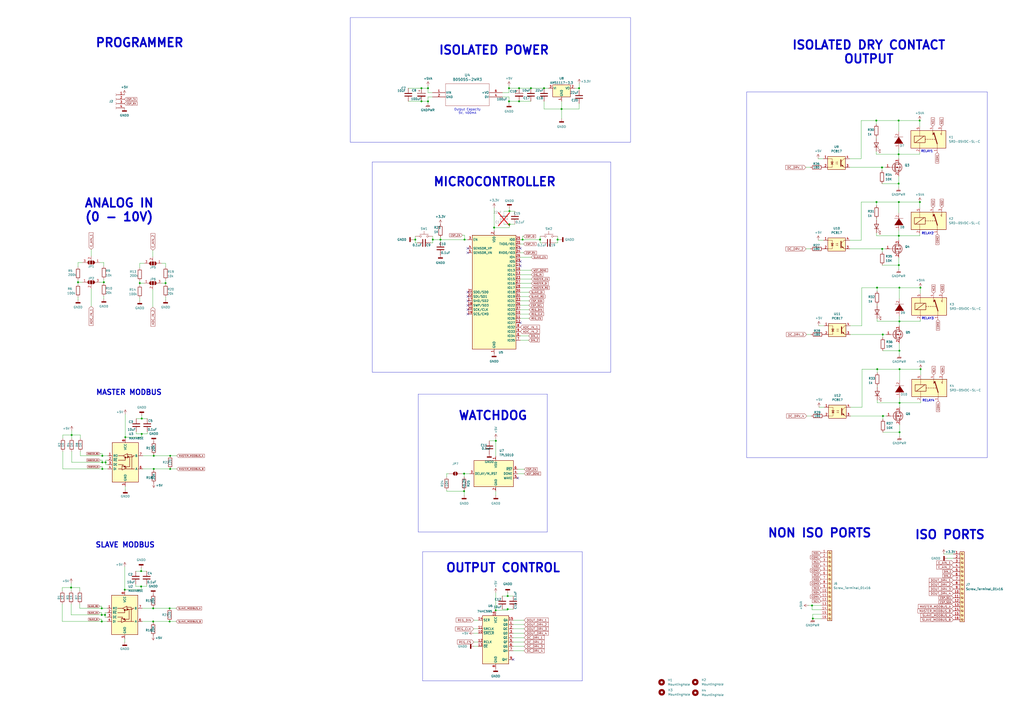
<source format=kicad_sch>
(kicad_sch (version 20250114) (generator "eeschema") (generator_version "9.0")
  (paper "A2")
  (rectangle (start 242.57 228.6) (end 317.5 308.61))
  (rectangle (start 433.07 53.34) (end 572.77 265.43))
  (rectangle (start 245.11 320.04) (end 337.82 394.97))
  (rectangle (start 215.9 93.98) (end 354.33 215.9))
  (rectangle (start 203.2 10.16) (end 365.76 82.55))
  (text "RELAY1\n" (at 537.7345 87.8127 0) (effects (font (size 1.27 1.27) (bold yes))))
  (text "Output Capacity\n5V, 400mA" (at 271.1401 64.6243 0) (effects (font (size 1.27 1.27))))
  (text "WATCHDOG\n" (at 265.643 244.1444 0) (effects (font (size 5 5) (thickness 1) (bold yes)) (justify left bottom)))
  (text "RELAY4\n" (at 538.5452 232.4086 0) (effects (font (size 1.27 1.27) (bold yes))))
  (text "ISOLATED DRY CONTACT\nOUTPUT" (at 503.9955 37.2674 0) (effects (font (size 5 5) (thickness 1) (bold yes)) (justify bottom)))
  (text "MASTER MODBUS" (at 55.5411 229.4748 0) (effects (font (size 3 3) (thickness 0.6) (bold yes)) (justify left bottom)))
  (text "SLAVE MODBUS" (at 55.2156 317.9584 0) (effects (font (size 3 3) (thickness 0.6) (bold yes)) (justify left bottom)))
  (text "ISOLATED POWER" (at 254.2517 32.1585 0) (effects (font (size 5 5) (thickness 1) (bold yes)) (justify left bottom)))
  (text "RELAY3\n" (at 538.1594 184.7548 0) (effects (font (size 1.27 1.27) (bold yes))))
  (text "PROGRAMMER" (at 55.0735 27.8623 0) (effects (font (size 5 5) (thickness 1) (bold yes)) (justify left bottom)))
  (text "ISO PORTS" (at 530.3802 313.243 0) (effects (font (size 5 5) (thickness 1) (bold yes)) (justify left bottom)))
  (text "MICROCONTROLLER" (at 251.0609 108.5143 0) (effects (font (size 5 5) (thickness 1) (bold yes)) (justify left bottom)))
  (text "NON ISO PORTS\n" (at 445.018 312.2509 0) (effects (font (size 5 5) (thickness 1) (bold yes)) (justify left bottom)))
  (text "ANALOG IN\n(0 - 10V)" (at 69.1335 128.9215 0) (effects (font (size 5 5) (thickness 1) (bold yes)) (justify bottom)))
  (text "OUTPUT CONTROL" (at 258.3096 332.4188 0) (effects (font (size 5 5) (thickness 1) (bold yes)) (justify left bottom)))
  (text "RELAY2\n" (at 538.1203 135.4665 0) (effects (font (size 1.27 1.27) (bold yes))))
  (junction (at 335.9101 51.1623))
  (junction (at 521.7166 166.8625))
  (junction (at 81.8856 340.1834))
  (junction (at 88.8706 360.5034))
  (junction (at 294.5046 353.3738))
  (junction (at 287.6383 255.7107))
  (junction (at 98.3956 360.5034))
  (junction (at 81.8856 331.2934))
  (junction (at 521.3995 117.2035))
  (junction (at 286.6209 132.0093))
  (junction (at 508.7626 166.8625))
  (junction (at 521.2917 69.9204))
  (junction (at 41.2456 340.8184))
  (junction (at 98.3956 352.8834))
  (junction (at 521.3995 153.7795))
  (junction (at 72.3606 342.0884))
  (junction (at 294.5046 345.7538))
  (junction (at 269.2233 284.9207))
  (junction (at 59.3511 268.2098))
  (junction (at 521.3995 136.7615))
  (junction (at 533.4837 69.9204))
  (junction (at 471.4987 358.8352))
  (junction (at 301.1121 51.1623))
  (junction (at 287.5196 354.0088))
  (junction (at 61.2561 268.2098))
  (junction (at 82.2111 251.6998))
  (junction (at 533.9086 166.8625))
  (junction (at 508.4455 117.2035))
  (junction (at 295.5109 130.1043))
  (junction (at 269.2233 274.7607))
  (junction (at 508.3377 69.9204))
  (junction (at 72.6861 253.6048))
  (junction (at 248.2801 51.1623))
  (junction (at 240.9009 138.9943))
  (junction (at 521.7166 186.4205))
  (junction (at 251.0609 138.9943))
  (junction (at 521.2917 89.4784))
  (junction (at 41.5711 252.3348))
  (junction (at 313.2909 138.9943))
  (junction (at 534.0164 214.1456))
  (junction (at 59.3511 272.0198))
  (junction (at 89.1961 264.3998))
  (junction (at 295.5109 122.4843))
  (junction (at 89.1961 272.0198))
  (junction (at 307.9701 51.1623))
  (junction (at 512.0646 194.0405))
  (junction (at 82.2111 242.8098))
  (junction (at 295.2701 51.1623))
  (junction (at 248.2801 58.7823))
  (junction (at 512.1724 241.3236))
  (junction (at 533.5915 117.2035))
  (junction (at 96.0575 164.2275))
  (junction (at 98.7211 272.0198))
  (junction (at 59.0256 352.8834))
  (junction (at 45.2575 163.7195))
  (junction (at 303.1309 138.9943))
  (junction (at 471.051 351.2152))
  (junction (at 521.8244 233.7036))
  (junction (at 244.4701 51.1623))
  (junction (at 325.7501 63.2273))
  (junction (at 295.2701 58.7823))
  (junction (at 81.0715 164.2275))
  (junction (at 508.8704 214.1456))
  (junction (at 59.0256 360.5034))
  (junction (at 521.2917 106.4964))
  (junction (at 521.8244 214.1456))
  (junction (at 323.4509 138.9943))
  (junction (at 315.5901 51.1623))
  (junction (at 521.7166 203.4385))
  (junction (at 98.7211 264.3998))
  (junction (at 511.6397 97.0984))
  (junction (at 269.4759 138.9943))
  (junction (at 60.2435 163.7195))
  (junction (at 511.7475 144.3815))
  (junction (at 59.3511 264.3998))
  (junction (at 88.8706 352.8834))
  (junction (at 255.5059 138.9943))
  (junction (at 59.0256 356.6934))
  (junction (at 244.4701 58.7823))
  (junction (at 301.1121 58.7823))
  (junction (at 60.9306 356.6934))
  (junction (at 521.8244 250.7216))
  (no_connect (at 271.3809 169.4743))
  (no_connect (at 271.3809 177.0943))
  (no_connect (at 301.8609 144.0743))
  (no_connect (at 301.8609 151.6943))
  (no_connect (at 271.3809 146.6143))
  (no_connect (at 271.3809 172.0143))
  (no_connect (at 271.3809 182.1743))
  (no_connect (at 297.6796 382.5838))
  (no_connect (at 271.3809 144.0743))
  (no_connect (at 301.8609 154.2343))
  (no_connect (at 271.3809 174.5543))
  (no_connect (at 271.3809 179.6343))
  (no_connect (at 300.3383 277.3007))
  (no_connect (at 301.8609 187.2543))
  (wire (pts (xy 471.051 351.2152) (xy 476.2125 351.2152)))
  (wire (pts (xy 57.7556 355.4234) (xy 59.0256 355.4234)))
  (wire (pts (xy 306.8032 177.0943) (xy 301.8609 177.0943)))
  (wire (pts (xy 335.9917 51.1623) (xy 335.9101 51.1623)))
  (wire (pts (xy 59.3511 268.2098) (xy 61.2561 268.2098)))
  (wire (pts (xy 294.5046 353.3738) (xy 294.5046 354.0088)))
  (wire (pts (xy 335.9101 51.1623) (xy 335.9101 52.4323)))
  (wire (pts (xy 283.8283 255.7107) (xy 287.6383 255.7107)))
  (wire (pts (xy 511.6397 98.8764) (xy 511.6397 97.0984)))
  (wire (pts (xy 89.1961 264.3998) (xy 98.7211 264.3998)))
  (wire (pts (xy 534.0164 232.6876) (xy 534.0164 233.7036)))
  (wire (pts (xy 297.6796 369.8838) (xy 304.0296 369.8838)))
  (wire (pts (xy 508.3377 79.5724) (xy 508.3377 80.2074)))
  (wire (pts (xy 41.5711 268.2098) (xy 59.3511 268.2098)))
  (wire (pts (xy 59.3511 270.7498) (xy 59.3511 272.0198)))
  (wire (pts (xy 301.8609 164.3943) (xy 308.2109 164.3943)))
  (wire (pts (xy 291.3296 353.3738) (xy 294.5046 353.3738)))
  (wire (pts (xy 508.4455 126.8555) (xy 508.4455 127.4905)))
  (wire (pts (xy 61.2561 269.4798) (xy 62.5261 269.4798)))
  (wire (pts (xy 512.1724 250.7216) (xy 521.8244 250.7216)))
  (wire (pts (xy 286.6209 120.5793) (xy 286.6209 132.0093)))
  (wire (pts (xy 36.1656 360.5034) (xy 59.0256 360.5034)))
  (wire (pts (xy 61.2561 266.9398) (xy 61.2561 268.2098)))
  (wire (pts (xy 57.9575 163.7195) (xy 60.2435 163.7195)))
  (wire (pts (xy 269.4759 136.4543) (xy 269.4759 138.9943)))
  (wire (pts (xy 297.6796 374.9638) (xy 304.0296 374.9638)))
  (wire (pts (xy 467.9764 241.3236) (xy 470.5164 241.3236)))
  (wire (pts (xy 508.8704 232.0526) (xy 508.8704 233.7036)))
  (wire (pts (xy 41.5711 252.3348) (xy 46.6511 252.3348)))
  (wire (pts (xy 249.7909 140.8993) (xy 251.0609 140.8993)))
  (wire (pts (xy 294.5046 345.7538) (xy 297.6796 345.7538)))
  (wire (pts (xy 508.4455 117.2035) (xy 521.3995 117.2035)))
  (wire (pts (xy 508.3377 69.9204) (xy 521.2917 69.9204)))
  (wire (pts (xy 508.3377 87.8274) (xy 508.3377 89.4784)))
  (wire (pts (xy 533.9086 170.1645) (xy 533.9086 166.8625)))
  (wire (pts (xy 60.2435 171.8475) (xy 60.2435 173.3715)))
  (wire (pts (xy 59.0256 360.5034) (xy 62.2006 360.5034)))
  (wire (pts (xy 36.1656 340.8184) (xy 41.2456 340.8184)))
  (wire (pts (xy 301.8609 184.7143) (xy 306.9409 184.7143)))
  (wire (pts (xy 295.2701 58.7823) (xy 295.2701 60.0523)))
  (wire (pts (xy 259.0633 284.9207) (xy 269.2233 284.9207)))
  (wire (pts (xy 521.3995 149.4615) (xy 521.3995 153.7795)))
  (wire (pts (xy 301.8609 161.8543) (xy 308.2109 161.8543)))
  (wire (pts (xy 313.2909 138.9943) (xy 303.1309 138.9943)))
  (wire (pts (xy 269.4759 138.9943) (xy 271.3809 138.9943)))
  (wire (pts (xy 301.8609 172.0143) (xy 306.9409 172.0143)))
  (wire (pts (xy 295.5109 130.1043) (xy 298.6859 130.1043)))
  (wire (pts (xy 259.0633 284.2857) (xy 259.0633 284.9207)))
  (wire (pts (xy 240.9009 138.9943) (xy 240.9009 137.0893)))
  (wire (pts (xy 521.8244 253.2616) (xy 521.8244 250.7216)))
  (wire (pts (xy 493.3764 236.2436) (xy 500.0469 236.2436)))
  (wire (pts (xy 521.2917 86.4304) (xy 521.2917 89.4784)))
  (wire (pts (xy 58.0811 270.7498) (xy 59.3511 270.7498)))
  (wire (pts (xy 82.5206 360.5034) (xy 88.8706 360.5034)))
  (wire (pts (xy 248.2801 49.8923) (xy 248.2801 51.1623)))
  (wire (pts (xy 521.2917 69.9204) (xy 533.4837 69.9204)))
  (wire (pts (xy 508.8704 214.1456) (xy 508.8704 216.1776)))
  (wire (pts (xy 511.6397 97.0984) (xy 513.6717 97.0984)))
  (wire (pts (xy 492.9515 144.3815) (xy 511.7475 144.3815)))
  (wire (pts (xy 78.7106 338.9134) (xy 78.7106 340.1834)))
  (wire (pts (xy 82.5206 352.8834) (xy 88.8706 352.8834)))
  (wire (pts (xy 36.4911 254.2398) (xy 36.4911 252.3348)))
  (wire (pts (xy 82.8461 264.3998) (xy 89.1961 264.3998)))
  (wire (pts (xy 88.8706 352.8834) (xy 88.8706 352.2484)))
  (wire (pts (xy 251.0609 138.9943) (xy 255.5059 138.9943)))
  (wire (pts (xy 60.2435 163.7195) (xy 60.2435 164.2275)))
  (wire (pts (xy 60.9306 357.9634) (xy 62.2006 357.9634)))
  (wire (pts (xy 499.9391 188.9605) (xy 499.9391 166.8625)))
  (wire (pts (xy 521.2917 102.1784) (xy 521.2917 106.4964)))
  (wire (pts (xy 508.7626 166.8625) (xy 521.7166 166.8625)))
  (wire (pts (xy 295.2701 49.8923) (xy 295.2701 51.1623)))
  (wire (pts (xy 499.9391 166.8625) (xy 508.7626 166.8625)))
  (wire (pts (xy 521.7166 166.8625) (xy 533.9086 166.8625)))
  (wire (pts (xy 508.8704 223.7976) (xy 508.8704 224.4326)))
  (wire (pts (xy 98.7211 272.0198) (xy 102.5311 272.0198)))
  (wire (pts (xy 534.0164 217.4476) (xy 534.0164 214.1456)))
  (wire (pts (xy 335.9917 48.4681) (xy 335.9917 51.1623)))
  (wire (pts (xy 512.0646 203.4385) (xy 521.7166 203.4385)))
  (wire (pts (xy 41.2456 338.2784) (xy 41.2456 340.8184)))
  (wire (pts (xy 46.6511 252.3348) (xy 46.6511 254.2398)))
  (wire (pts (xy 547.4826 321.3593) (xy 553.0484 321.3593)))
  (wire (pts (xy 81.8856 340.1834) (xy 85.0606 340.1834)))
  (wire (pts (xy 287.5196 343.8488) (xy 287.5196 354.0088)))
  (wire (pts (xy 335.9101 51.1623) (xy 333.3701 51.1623)))
  (wire (pts (xy 508.3377 89.4784) (xy 521.2917 89.4784)))
  (wire (pts (xy 60.9306 356.6934) (xy 60.9306 357.9634)))
  (wire (pts (xy 295.2701 56.2423) (xy 295.2701 58.7823)))
  (wire (pts (xy 79.0361 250.4298) (xy 79.0361 251.6998)))
  (wire (pts (xy 59.3511 263.1298) (xy 59.3511 264.3998)))
  (wire (pts (xy 81.8856 342.0884) (xy 81.8856 340.1834)))
  (wire (pts (xy 508.7626 186.4205) (xy 521.7166 186.4205)))
  (wire (pts (xy 46.6511 264.3998) (xy 59.3511 264.3998)))
  (wire (pts (xy 251.0609 140.8993) (xy 251.0609 138.9943)))
  (wire (pts (xy 248.2801 51.1623) (xy 248.2801 53.7023)))
  (wire (pts (xy 60.9306 355.4234) (xy 60.9306 356.6934)))
  (wire (pts (xy 471.4987 356.2952) (xy 471.4987 358.8352)))
  (wire (pts (xy 521.7166 173.2125) (xy 521.7166 166.8625)))
  (wire (pts (xy 521.3995 117.2035) (xy 533.5915 117.2035)))
  (wire (pts (xy 323.4509 138.9943) (xy 323.4509 140.8993)))
  (wire (pts (xy 297.6796 367.3438) (xy 304.0296 367.3438)))
  (wire (pts (xy 46.6511 261.8598) (xy 46.6511 264.3998)))
  (wire (pts (xy 499.622 139.3015) (xy 499.622 117.2035)))
  (wire (pts (xy 508.7626 184.7695) (xy 508.7626 186.4205)))
  (wire (pts (xy 98.7211 264.3998) (xy 102.5311 264.3998)))
  (wire (pts (xy 521.8244 214.1456) (xy 534.0164 214.1456)))
  (wire (pts (xy 287.6383 254.4407) (xy 287.6383 255.7107)))
  (wire (pts (xy 62.5261 266.9398) (xy 61.2561 266.9398)))
  (wire (pts (xy 301.8609 166.9343) (xy 308.2109 166.9343)))
  (wire (pts (xy 81.0715 164.2275) (xy 83.6115 164.2275)))
  (wire (pts (xy 46.3256 350.3434) (xy 46.3256 352.8834)))
  (wire (pts (xy 255.5059 138.9943) (xy 269.4759 138.9943)))
  (wire (pts (xy 508.4455 136.7615) (xy 521.3995 136.7615)))
  (wire (pts (xy 287.5196 354.0088) (xy 287.5196 354.6438)))
  (wire (pts (xy 315.5901 58.7823) (xy 315.5901 63.2273)))
  (wire (pts (xy 297.6796 364.8038) (xy 304.0296 364.8038)))
  (wire (pts (xy 512.0646 195.8185) (xy 512.0646 194.0405)))
  (wire (pts (xy 508.7626 176.5145) (xy 508.7626 177.1495)))
  (wire (pts (xy 521.8244 230.6556) (xy 521.8244 233.7036)))
  (wire (pts (xy 81.0715 152.7975) (xy 81.0715 155.3375)))
  (wire (pts (xy 81.8856 329.3884) (xy 81.8856 331.2934)))
  (wire (pts (xy 475.0884 236.2436) (xy 478.1364 236.2436)))
  (wire (pts (xy 259.0633 274.7607) (xy 260.3333 274.7607)))
  (wire (pts (xy 521.7166 188.9605) (xy 521.7166 186.4205)))
  (wire (pts (xy 297.6796 359.7238) (xy 304.0296 359.7238)))
  (wire (pts (xy 45.2575 163.7195) (xy 45.2575 164.7355)))
  (wire (pts (xy 301.8609 146.6143) (xy 303.7659 146.6143)))
  (wire (pts (xy 294.5046 353.3738) (xy 297.6796 353.3738)))
  (wire (pts (xy 521.3995 156.3195) (xy 521.3995 153.7795)))
  (wire (pts (xy 533.9086 185.4045) (xy 533.9086 186.4205)))
  (wire (pts (xy 295.2701 58.7823) (xy 301.1121 58.7823)))
  (wire (pts (xy 291.4601 53.7023) (xy 295.2701 53.7023)))
  (wire (pts (xy 521.7166 199.1205) (xy 521.7166 203.4385)))
  (wire (pts (xy 72.6861 253.6048) (xy 82.2111 253.6048)))
  (wire (pts (xy 301.1121 58.7823) (xy 307.9701 58.7823)))
  (wire (pts (xy 533.4837 88.4624) (xy 533.4837 89.4784)))
  (wire (pts (xy 325.7501 63.2273) (xy 325.7501 68.9423)))
  (wire (pts (xy 301.8609 159.3143) (xy 308.2109 159.3143)))
  (wire (pts (xy 294.5046 354.0088) (xy 287.5196 354.0088)))
  (wire (pts (xy 471.4987 358.8352) (xy 471.4987 358.8786)))
  (wire (pts (xy 45.2575 163.7195) (xy 47.7975 163.7195)))
  (wire (pts (xy 295.2701 51.1623) (xy 301.1121 51.1623)))
  (wire (pts (xy 59.0256 351.6134) (xy 59.0256 352.8834)))
  (wire (pts (xy 292.3359 122.4843) (xy 295.5109 122.4843)))
  (wire (pts (xy 300.3383 274.7607) (xy 304.1483 274.7607)))
  (wire (pts (xy 301.8609 182.1743) (xy 306.9409 182.1743)))
  (wire (pts (xy 521.2917 109.0364) (xy 521.2917 106.4964)))
  (wire (pts (xy 492.9515 139.3015) (xy 499.622 139.3015)))
  (wire (pts (xy 324.7209 138.9943) (xy 323.4509 138.9943)))
  (wire (pts (xy 301.8609 194.8743) (xy 306.6764 194.8743)))
  (wire (pts (xy 88.6915 168.0375) (xy 88.6915 178.1975)))
  (wire (pts (xy 323.4509 137.0893) (xy 323.4509 138.9943)))
  (wire (pts (xy 476.2125 358.8352) (xy 471.4987 358.8352)))
  (wire (pts (xy 499.622 117.2035) (xy 508.4455 117.2035)))
  (wire (pts (xy 549.3916 323.8993) (xy 553.0484 323.8993)))
  (wire (pts (xy 511.6397 106.4964) (xy 521.2917 106.4964)))
  (wire (pts (xy 303.1309 138.9943) (xy 301.8609 138.9943)))
  (wire (pts (xy 267.9533 274.7607) (xy 269.2233 274.7607)))
  (wire (pts (xy 62.2006 355.4234) (xy 60.9306 355.4234)))
  (wire (pts (xy 41.5711 261.8598) (xy 41.5711 268.2098)))
  (wire (pts (xy 301.8609 197.4143) (xy 306.6764 197.4143)))
  (wire (pts (xy 467.8686 194.0405) (xy 470.4086 194.0405)))
  (wire (pts (xy 36.4911 252.3348) (xy 41.5711 252.3348)))
  (wire (pts (xy 72.3606 328.7534) (xy 72.3606 342.0884)))
  (wire (pts (xy 59.3511 266.9398) (xy 59.3511 268.2098)))
  (wire (pts (xy 52.8775 167.5295) (xy 52.8775 177.6895)))
  (wire (pts (xy 500.0469 236.2436) (xy 500.0469 214.1456)))
  (wire (pts (xy 471.051 353.7552) (xy 471.051 351.2152)))
  (wire (pts (xy 493.2686 188.9605) (xy 499.9391 188.9605)))
  (wire (pts (xy 295.5109 122.4843) (xy 298.6859 122.4843)))
  (wire (pts (xy 36.1656 350.3434) (xy 36.1656 360.5034)))
  (wire (pts (xy 248.2801 58.7823) (xy 248.2801 56.2423)))
  (wire (pts (xy 85.3861 251.6998) (xy 85.3861 250.4298)))
  (wire (pts (xy 274.8196 374.9638) (xy 277.3596 374.9638)))
  (wire (pts (xy 89.1961 272.0198) (xy 89.1961 272.6548)))
  (wire (pts (xy 88.6915 145.1775) (xy 88.6915 148.9875)))
  (wire (pts (xy 301.8609 179.6343) (xy 306.9409 179.6343)))
  (wire (pts (xy 82.2111 251.6998) (xy 85.3861 251.6998)))
  (wire (pts (xy 325.7501 58.7823) (xy 325.7501 63.2273)))
  (wire (pts (xy 36.1656 342.7234) (xy 36.1656 340.8184)))
  (wire (pts (xy 303.7659 137.0893) (xy 303.1309 137.0893)))
  (wire (pts (xy 255.5059 138.9943) (xy 255.5059 140.2643)))
  (wire (pts (xy 82.2111 240.9048) (xy 82.2111 242.8098)))
  (wire (pts (xy 41.2456 340.8184) (xy 41.2456 342.7234)))
  (wire (pts (xy 274.8196 372.4238) (xy 277.3596 372.4238)))
  (wire (pts (xy 492.8437 92.0184) (xy 499.5142 92.0184)))
  (wire (pts (xy 98.3956 360.5034) (xy 102.2056 360.5034)))
  (wire (pts (xy 242.1709 140.8993) (xy 240.9009 140.8993)))
  (wire (pts (xy 511.7475 144.3815) (xy 513.7795 144.3815)))
  (wire (pts (xy 294.5046 343.8488) (xy 294.5046 345.7538)))
  (wire (pts (xy 59.3511 272.0198) (xy 62.5261 272.0198)))
  (wire (pts (xy 301.8609 156.7743) (xy 308.2109 156.7743)))
  (wire (pts (xy 512.1724 243.1016) (xy 512.1724 241.3236)))
  (wire (pts (xy 315.5901 51.1623) (xy 318.1301 51.1623)))
  (wire (pts (xy 272.3983 274.7607) (xy 269.2233 274.7607)))
  (wire (pts (xy 295.5109 130.1043) (xy 295.5109 132.0093)))
  (wire (pts (xy 521.3995 123.5535) (xy 521.3995 117.2035)))
  (wire (pts (xy 297.6796 372.4238) (xy 304.0296 372.4238)))
  (wire (pts (xy 41.2456 340.8184) (xy 46.3256 340.8184)))
  (wire (pts (xy 313.2909 137.0893) (xy 313.2909 138.9943)))
  (wire (pts (xy 508.8704 214.1456) (xy 521.8244 214.1456)))
  (wire (pts (xy 47.7975 152.2895) (xy 45.2575 152.2895)))
  (wire (pts (xy 93.7715 152.7975) (xy 96.0575 152.7975)))
  (wire (pts (xy 493.2686 194.0405) (xy 512.0646 194.0405)))
  (wire (pts (xy 96.0575 152.7975) (xy 96.0575 154.8295)))
  (wire (pts (xy 521.2917 92.0184) (xy 521.2917 89.4784)))
  (wire (pts (xy 78.7106 340.1834) (xy 81.8856 340.1834)))
  (wire (pts (xy 81.8856 331.2934) (xy 85.0606 331.2934)))
  (wire (pts (xy 269.2233 274.7607) (xy 269.2233 276.6657)))
  (wire (pts (xy 521.3995 136.7615) (xy 533.5915 136.7615)))
  (wire (pts (xy 46.3256 352.8834) (xy 59.0256 352.8834)))
  (wire (pts (xy 474.6635 139.3015) (xy 477.7115 139.3015)))
  (wire (pts (xy 301.8609 141.5343) (xy 303.7659 141.5343)))
  (wire (pts (xy 292.3359 130.1043) (xy 295.5109 130.1043)))
  (wire (pts (xy 36.4911 261.8598) (xy 36.4911 272.0198)))
  (wire (pts (xy 295.5109 120.5793) (xy 295.5109 122.4843)))
  (wire (pts (xy 41.2456 356.6934) (xy 59.0256 356.6934)))
  (wire (pts (xy 499.5142 69.9204) (xy 508.3377 69.9204)))
  (wire (pts (xy 45.2575 162.4495) (xy 45.2575 163.7195)))
  (wire (pts (xy 521.2917 76.2704) (xy 521.2917 69.9204)))
  (wire (pts (xy 88.8706 360.5034) (xy 88.8706 361.1384)))
  (wire (pts (xy 287.6383 255.7107) (xy 287.6383 264.6007)))
  (wire (pts (xy 499.5142 92.0184) (xy 499.5142 69.9204)))
  (wire (pts (xy 468.9483 351.2152) (xy 471.051 351.2152)))
  (wire (pts (xy 93.7715 164.2275) (xy 96.0575 164.2275)))
  (wire (pts (xy 79.0361 251.6998) (xy 82.2111 251.6998)))
  (wire (pts (xy 313.2909 140.8993) (xy 314.5609 140.8993)))
  (wire (pts (xy 508.7626 166.8625) (xy 508.7626 168.8945)))
  (wire (pts (xy 248.2801 60.0523) (xy 248.2801 58.7823)))
  (wire (pts (xy 251.0609 138.9943) (xy 251.0609 137.0893)))
  (wire (pts (xy 476.2125 353.7552) (xy 471.051 353.7552)))
  (wire (pts (xy 511.7475 153.7795) (xy 521.3995 153.7795)))
  (wire (pts (xy 72.6861 253.6048) (xy 72.6861 254.2398)))
  (wire (pts (xy 60.2435 161.9415) (xy 60.2435 163.7195)))
  (wire (pts (xy 492.8437 97.0984) (xy 511.6397 97.0984)))
  (wire (pts (xy 72.6861 282.1798) (xy 72.6861 284.0848)))
  (wire (pts (xy 521.7166 186.4205) (xy 533.9086 186.4205)))
  (wire (pts (xy 467.4437 97.0984) (xy 469.9837 97.0984)))
  (wire (pts (xy 59.0256 359.2334) (xy 59.0256 360.5034)))
  (wire (pts (xy 88.8706 352.8834) (xy 98.3956 352.8834)))
  (wire (pts (xy 508.3377 69.9204) (xy 508.3377 71.9524)))
  (wire (pts (xy 59.0256 352.8834) (xy 62.2006 352.8834)))
  (wire (pts (xy 268.2059 136.4543) (xy 269.4759 136.4543)))
  (wire (pts (xy 508.8704 233.7036) (xy 521.8244 233.7036)))
  (wire (pts (xy 41.5711 252.3348) (xy 41.5711 254.2398)))
  (wire (pts (xy 300.3383 272.2207) (xy 304.1483 272.2207)))
  (wire (pts (xy 511.7475 146.1595) (xy 511.7475 144.3815)))
  (wire (pts (xy 269.2233 284.9207) (xy 269.2233 287.4607)))
  (wire (pts (xy 467.5515 144.3815) (xy 470.0915 144.3815)))
  (wire (pts (xy 471.4987 356.2952) (xy 476.2125 356.2952)))
  (wire (pts (xy 58.0811 263.1298) (xy 59.3511 263.1298)))
  (wire (pts (xy 322.1809 140.8993) (xy 323.4509 140.8993)))
  (wire (pts (xy 239.6309 138.9943) (xy 240.9009 138.9943)))
  (wire (pts (xy 512.0646 194.0405) (xy 514.0966 194.0405)))
  (wire (pts (xy 88.8706 360.5034) (xy 98.3956 360.5034)))
  (wire (pts (xy 533.4837 73.2224) (xy 533.4837 69.9204)))
  (wire (pts (xy 295.2701 51.1623) (xy 295.2701 53.7023)))
  (wire (pts (xy 72.3606 342.0884) (xy 72.3606 342.7234)))
  (wire (pts (xy 41.2456 350.3434) (xy 41.2456 356.6934)))
  (wire (pts (xy 236.8501 58.7823) (xy 244.4701 58.7823)))
  (wire (pts (xy 521.7166 183.3725) (xy 521.7166 186.4205)))
  (wire (pts (xy 521.7166 205.9785) (xy 521.7166 203.4385)))
  (wire (pts (xy 236.8501 51.1623) (xy 244.4701 51.1623)))
  (wire (pts (xy 301.8609 174.5543) (xy 306.9409 174.5543)))
  (wire (pts (xy 81.0715 164.2275) (xy 81.0715 165.2435)))
  (wire (pts (xy 83.6115 152.7975) (xy 81.0715 152.7975)))
  (wire (pts (xy 57.7556 359.2334) (xy 59.0256 359.2334)))
  (wire (pts (xy 85.0606 340.1834) (xy 85.0606 338.9134)))
  (wire (pts (xy 259.0633 276.6657) (xy 259.0633 274.7607)))
  (wire (pts (xy 96.0575 164.2275) (xy 96.0575 164.7355)))
  (wire (pts (xy 36.4911 272.0198) (xy 59.3511 272.0198)))
  (wire (pts (xy 96.0575 162.4495) (xy 96.0575 164.2275)))
  (wire (pts (xy 335.9101 60.0523) (xy 335.9101 63.2273)))
  (wire (pts (xy 274.8196 364.8038) (xy 277.3596 364.8038)))
  (wire (pts (xy 301.8609 149.1543) (xy 308.2109 149.1543)))
  (wire (pts (xy 297.6796 362.2638) (xy 304.0296 362.2638)))
  (wire (pts (xy 521.8244 220.4956) (xy 521.8244 214.1456)))
  (wire (pts (xy 89.1961 264.3998) (xy 89.1961 263.7648)))
  (wire (pts (xy 255.5059 137.7243) (xy 255.5059 138.9943)))
  (wire (pts (xy 45.2575 152.2895) (xy 45.2575 154.8295)))
  (wire (pts (xy 244.4701 58.7823) (xy 248.2801 58.7823)))
  (wire (pts (xy 89.1961 272.0198) (xy 98.7211 272.0198)))
  (wire (pts (xy 295.5109 132.0093) (xy 286.6209 132.0093)))
  (wire (pts (xy 59.0256 355.4234) (xy 59.0256 356.6934)))
  (wire (pts (xy 45.2575 172.3555) (xy 45.2575 173.8795)))
  (wire (pts (xy 533.5915 120.5055) (xy 533.5915 117.2035)))
  (wire (pts (xy 72.3606 370.6634) (xy 72.3606 372.5684)))
  (wire (pts (xy 57.9575 152.2895) (xy 60.2435 152.2895)))
  (wire (pts (xy 521.8244 246.4036) (xy 521.8244 250.7216)))
  (wire (pts (xy 57.7556 351.6134) (xy 59.0256 351.6134)))
  (wire (pts (xy 244.4701 51.1623) (xy 248.2801 51.1623)))
  (wire (pts (xy 58.0811 266.9398) (xy 59.3511 266.9398)))
  (wire (pts (xy 301.1121 51.1623) (xy 307.9701 51.1623)))
  (wire (pts (xy 46.3256 340.8184) (xy 46.3256 342.7234)))
  (wire (pts (xy 41.5711 249.7948) (xy 41.5711 252.3348)))
  (wire (pts (xy 286.6209 132.0093) (xy 286.6209 133.9143)))
  (wire (pts (xy 533.5915 135.7455) (xy 533.5915 136.7615)))
  (wire (pts (xy 307.9701 51.1623) (xy 315.5901 51.1623)))
  (wire (pts (xy 59.0256 356.6934) (xy 60.9306 356.6934)))
  (wire (pts (xy 61.2561 268.2098) (xy 61.2561 269.4798)))
  (wire (pts (xy 315.5901 63.2273) (xy 325.7501 63.2273)))
  (wire (pts (xy 521.8244 236.2436) (xy 521.8244 233.7036)))
  (wire (pts (xy 508.4455 135.1105) (xy 508.4455 136.7615)))
  (wire (pts (xy 59.3511 264.3998) (xy 62.5261 264.3998)))
  (wire (pts (xy 521.2917 89.4784) (xy 533.4837 89.4784)))
  (wire (pts (xy 474.5557 92.0184) (xy 477.6037 92.0184)))
  (wire (pts (xy 78.7106 331.2934) (xy 81.8856 331.2934)))
  (wire (pts (xy 60.2435 152.2895) (xy 60.2435 154.3215)))
  (wire (pts (xy 297.6796 377.5038) (xy 304.0296 377.5038)))
  (wire (pts (xy 274.8196 359.7238) (xy 277.3596 359.7238)))
  (wire (pts (xy 508.4455 117.2035) (xy 508.4455 119.2355)))
  (wire (pts (xy 82.2111 242.8098) (xy 85.3861 242.8098)))
  (wire (pts (xy 72.3606 342.0884) (xy 81.8856 342.0884)))
  (wire (pts (xy 72.6861 240.2698) (xy 72.6861 253.6048)))
  (wire (pts (xy 521.3995 133.7135) (xy 521.3995 136.7615)))
  (wire (pts (xy 81.0715 172.8635) (xy 81.0715 174.3875)))
  (wire (pts (xy 335.9101 63.2273) (xy 325.7501 63.2273)))
  (wire (pts (xy 79.0361 242.8098) (xy 82.2111 242.8098)))
  (wire (pts (xy 269.2233 284.2857) (xy 269.2233 284.9207)))
  (wire (pts (xy 82.2111 253.6048) (xy 82.2111 251.6998)))
  (wire (pts (xy 248.2801 56.2423) (xy 250.8201 56.2423)))
  (wire (pts (xy 500.0469 214.1456) (xy 508.8704 214.1456)))
  (wire (pts (xy 96.0575 172.3555) (xy 96.0575 173.8795)))
  (wire (pts (xy 98.3956 352.8834) (xy 102.2056 352.8834)))
  (wire (pts (xy 81.0715 162.9575) (xy 81.0715 164.2275)))
  (wire (pts (xy 240.9009 140.8993) (xy 240.9009 138.9943)))
  (wire (pts (xy 313.2909 138.9943) (xy 313.2909 140.8993)))
  (wire (pts (xy 274.8196 367.3438) (xy 277.3596 367.3438)))
  (wire (pts (xy 493.3764 241.3236) (xy 512.1724 241.3236)))
  (wire (pts (xy 301.8609 169.4743) (xy 306.9409 169.4743)))
  (wire (pts (xy 287.6383 284.9207) (xy 287.6383 287.4607)))
  (wire (pts (xy 474.9806 188.9605) (xy 478.0286 188.9605)))
  (wire (pts (xy 291.4601 56.2423) (xy 295.2701 56.2423)))
  (wire (pts (xy 52.8775 144.6695) (xy 52.8775 148.4795)))
  (wire (pts (xy 521.3995 139.3015) (xy 521.3995 136.7615)))
  (wire (pts (xy 291.3296 345.7538) (xy 294.5046 345.7538)))
  (wire (pts (xy 248.2801 53.7023) (xy 250.8201 53.7023)))
  (wire (pts (xy 303.1309 137.0893) (xy 303.1309 138.9943)))
  (wire (pts (xy 82.8461 272.0198) (xy 89.1961 272.0198)))
  (wire (pts (xy 521.8244 233.7036) (xy 534.0164 233.7036)))
  (wire (pts (xy 512.1724 241.3236) (xy 514.2044 241.3236)))
  (global_label "ESP_RX" (shape input) (at 303.7659 146.6143 0) (effects (font (size 1 1))) (property "Intersheetrefs" "${INTERSHEET_REFS}" (effects (hide yes))))
  (global_label "ESP_SDA" (shape input) (at 306.9409 174.5543 0) (effects (font (size 1.016 1.016))) (property "Intersheetrefs" "${INTERSHEET_REFS}" (effects (hide yes))))
  (global_label "COM2" (shape input) (at 543.7515 135.7455 270) (effects (font (size 1.016 1.016))) (property "Intersheetrefs" "${INTERSHEET_REFS}" (effects (hide yes))))
  (global_label "SLAVE_EN" (shape input) (at 57.7556 355.4234 180) (effects (font (size 0.762 0.762))) (property "Intersheetrefs" "${INTERSHEET_REFS}" (effects (hide yes))))
  (global_label "NO3" (shape input) (at 476.2125 335.9752 180) (effects (font (size 1.016 1.016))) (property "Intersheetrefs" "${INTERSHEET_REFS}" (effects (hide yes))))
  (global_label "MASTER_DI" (shape input) (at 308.2109 164.3943 0) (effects (font (size 1.016 1.016))) (property "Intersheetrefs" "${INTERSHEET_REFS}" (effects (hide yes))))
  (global_label "DC_DRV_4" (shape input) (at 467.9764 241.3236 180) (property "Intersheetrefs" "${INTERSHEET_REFS}" (effects (hide yes))))
  (global_label "ADC_IN_2" (shape input) (at 88.6915 178.1975 270) (property "Intersheetrefs" "${INTERSHEET_REFS}" (effects (hide yes))))
  (global_label "DIN_1" (shape input) (at 306.6764 194.8743 0) (effects (font (size 1.016 1.016))) (property "Intersheetrefs" "${INTERSHEET_REFS}" (effects (hide yes))))
  (global_label "DOUT_DRV_2" (shape input) (at 304.0296 362.2638 0) (property "Intersheetrefs" "${INTERSHEET_REFS}" (effects (hide yes))))
  (global_label "ESP_RX" (shape input) (at 72.2059 60.0714 0) (effects (font (size 1 1))) (property "Intersheetrefs" "${INTERSHEET_REFS}" (effects (hide yes))))
  (global_label "ADC_IN_2" (shape input) (at 301.8609 192.3343 0) (property "Intersheetrefs" "${INTERSHEET_REFS}" (effects (hide yes))))
  (global_label "E_AIN_2" (shape input) (at 553.0484 328.9793 180) (property "Intersheetrefs" "${INTERSHEET_REFS}" (effects (hide yes))))
  (global_label "DOUT_DRV_4" (shape input) (at 304.0296 367.3438 0) (property "Intersheetrefs" "${INTERSHEET_REFS}" (effects (hide yes))))
  (global_label "E_AIN_2" (shape input) (at 88.6915 145.1775 90) (property "Intersheetrefs" "${INTERSHEET_REFS}" (effects (hide yes))))
  (global_label "SLAVE_DI" (shape input) (at 306.9409 169.4743 0) (effects (font (size 1.016 1.016))) (property "Intersheetrefs" "${INTERSHEET_REFS}" (effects (hide yes))))
  (global_label "NC3" (shape input) (at 476.2125 341.0552 180) (effects (font (size 1.016 1.016))) (property "Intersheetrefs" "${INTERSHEET_REFS}" (effects (hide yes))))
  (global_label "WDT_DONE" (shape input) (at 304.1483 274.7607 0) (effects (font (size 1 1))) (property "Intersheetrefs" "${INTERSHEET_REFS}" (effects (hide yes))))
  (global_label "NO3" (shape input) (at 546.6086 170.1645 90) (effects (font (size 1.016 1.016))) (property "Intersheetrefs" "${INTERSHEET_REFS}" (effects (hide yes))))
  (global_label "NC2" (shape input) (at 541.2115 120.5055 90) (effects (font (size 1.016 1.016))) (property "Intersheetrefs" "${INTERSHEET_REFS}" (effects (hide yes))))
  (global_label "MASTER_MODBUS_A" (shape input) (at 553.0484 351.8393 180) (property "Intersheetrefs" "${INTERSHEET_REFS}" (effects (hide yes))))
  (global_label "ESP_EN" (shape input) (at 304.1483 272.2207 0) (effects (font (size 1 1))) (property "Intersheetrefs" "${INTERSHEET_REFS}" (effects (hide yes))))
  (global_label "MASTER_EN" (shape input) (at 308.2109 161.8543 0) (effects (font (size 1.016 1.016))) (property "Intersheetrefs" "${INTERSHEET_REFS}" (effects (hide yes))))
  (global_label "MASTER_RO" (shape input) (at 58.0811 263.1298 180) (effects (font (size 0.762 0.762))) (property "Intersheetrefs" "${INTERSHEET_REFS}" (effects (hide yes))))
  (global_label "DC_DRV_2" (shape input) (at 304.0296 372.4238 0) (property "Intersheetrefs" "${INTERSHEET_REFS}" (effects (hide yes))))
  (global_label "SLAVE_MODBUS_B" (shape input) (at 102.2056 360.5034 0) (effects (font (size 1 1))) (property "Intersheetrefs" "${INTERSHEET_REFS}" (effects (hide yes))))
  (global_label "DOUT_DRV_1" (shape input) (at 304.0296 359.7238 0) (property "Intersheetrefs" "${INTERSHEET_REFS}" (effects (hide yes))))
  (global_label "E_AIN_1" (shape input) (at 52.8775 144.6695 90) (property "Intersheetrefs" "${INTERSHEET_REFS}" (effects (hide yes))))
  (global_label "DC_DRV_1" (shape input) (at 304.0296 369.8838 0) (property "Intersheetrefs" "${INTERSHEET_REFS}" (effects (hide yes))))
  (global_label "COM3" (shape input) (at 544.0686 185.4045 270) (effects (font (size 1.016 1.016))) (property "Intersheetrefs" "${INTERSHEET_REFS}" (effects (hide yes))))
  (global_label "DC_DRV_2" (shape input) (at 467.5515 144.3815 180) (property "Intersheetrefs" "${INTERSHEET_REFS}" (effects (hide yes))))
  (global_label "NC1" (shape input) (at 476.2125 325.8152 180) (effects (font (size 1.016 1.016))) (property "Intersheetrefs" "${INTERSHEET_REFS}" (effects (hide yes))))
  (global_label "DC_DRV_1" (shape input) (at 467.4437 97.0984 180) (property "Intersheetrefs" "${INTERSHEET_REFS}" (effects (hide yes))))
  (global_label "DC_DRV_3" (shape input) (at 467.8686 194.0405 180) (property "Intersheetrefs" "${INTERSHEET_REFS}" (effects (hide yes))))
  (global_label "COM1" (shape input) (at 476.2125 323.2752 180) (effects (font (size 1.016 1.016))) (property "Intersheetrefs" "${INTERSHEET_REFS}" (effects (hide yes))))
  (global_label "NO4" (shape input) (at 476.2125 343.5952 180) (effects (font (size 1.016 1.016))) (property "Intersheetrefs" "${INTERSHEET_REFS}" (effects (hide yes))))
  (global_label "COM4" (shape input) (at 476.2125 346.1352 180) (effects (font (size 1.016 1.016))) (property "Intersheetrefs" "${INTERSHEET_REFS}" (effects (hide yes))))
  (global_label "NC4" (shape input) (at 541.6364 217.4476 90) (effects (font (size 1.016 1.016))) (property "Intersheetrefs" "${INTERSHEET_REFS}" (effects (hide yes))))
  (global_label "MASTER_MODBUS_B" (shape input) (at 553.0484 354.3793 180) (property "Intersheetrefs" "${INTERSHEET_REFS}" (effects (hide yes))))
  (global_label "SLAVE_DI" (shape input) (at 57.7556 359.2334 180) (effects (font (size 0.762 0.762))) (property "Intersheetrefs" "${INTERSHEET_REFS}" (effects (hide yes))))
  (global_label "SLAVE_MODBUS_A" (shape input) (at 102.2056 352.8834 0) (effects (font (size 1 1))) (property "Intersheetrefs" "${INTERSHEET_REFS}" (effects (hide yes))))
  (global_label "ADC_IN_1" (shape input) (at 301.8609 189.7943 0) (property "Intersheetrefs" "${INTERSHEET_REFS}" (effects (hide yes))))
  (global_label "ADC_IN_1" (shape input) (at 52.8775 177.6895 270) (property "Intersheetrefs" "${INTERSHEET_REFS}" (effects (hide yes))))
  (global_label "NC1" (shape input) (at 541.1037 73.2224 90) (effects (font (size 1.016 1.016))) (property "Intersheetrefs" "${INTERSHEET_REFS}" (effects (hide yes))))
  (global_label "REG_CS" (shape input) (at 306.9409 184.7143 0) (effects (font (size 1.016 1.016))) (property "Intersheetrefs" "${INTERSHEET_REFS}" (effects (hide yes))))
  (global_label "NC3" (shape input) (at 541.5286 170.1645 90) (effects (font (size 1.016 1.016))) (property "Intersheetrefs" "${INTERSHEET_REFS}" (effects (hide yes))))
  (global_label "DOUT_DRV_4" (shape input) (at 553.0484 344.2193 180) (property "Intersheetrefs" "${INTERSHEET_REFS}" (effects (hide yes))))
  (global_label "ESP_TX" (shape input) (at 303.7659 141.5343 0) (effects (font (size 1 1))) (property "Intersheetrefs" "${INTERSHEET_REFS}" (effects (hide yes))))
  (global_label "NO1" (shape input) (at 476.2125 320.7352 180) (effects (font (size 1.016 1.016))) (property "Intersheetrefs" "${INTERSHEET_REFS}" (effects (hide yes))))
  (global_label "WDT_DONE" (shape input) (at 308.2109 156.7743 0) (effects (font (size 1 1))) (property "Intersheetrefs" "${INTERSHEET_REFS}" (effects (hide yes))))
  (global_label "COM2" (shape input) (at 476.2125 330.8952 180) (effects (font (size 1.016 1.016))) (property "Intersheetrefs" "${INTERSHEET_REFS}" (effects (hide yes))))
  (global_label "MASTER_MODBUS_B" (shape input) (at 102.5311 272.0198 0) (effects (font (size 1 1))) (property "Intersheetrefs" "${INTERSHEET_REFS}" (effects (hide yes))))
  (global_label "SLAVE_MODBUS_A" (shape input) (at 553.0484 356.9193 180) (property "Intersheetrefs" "${INTERSHEET_REFS}" (effects (hide yes))))
  (global_label "NC4" (shape input) (at 476.2125 348.6752 180) (effects (font (size 1.016 1.016))) (property "Intersheetrefs" "${INTERSHEET_REFS}" (effects (hide yes))))
  (global_label "NO1" (shape input) (at 546.1837 73.2224 90) (effects (font (size 1.016 1.016))) (property "Intersheetrefs" "${INTERSHEET_REFS}" (effects (hide yes))))
  (global_label "NO2" (shape input) (at 476.2125 328.3552 180) (effects (font (size 1.016 1.016))) (property "Intersheetrefs" "${INTERSHEET_REFS}" (effects (hide yes))))
  (global_label "NC2" (shape input) (at 476.2125 333.4352 180) (effects (font (size 1.016 1.016))) (property "Intersheetrefs" "${INTERSHEET_REFS}" (effects (hide yes))))
  (global_label "DIN_2" (shape input) (at 553.0484 334.0593 180) (effects (font (size 1.016 1.016))) (property "Intersheetrefs" "${INTERSHEET_REFS}" (effects (hide yes))))
  (global_label "REG_DIN" (shape input) (at 306.9409 179.6343 0) (effects (font (size 1.016 1.016))) (property "Intersheetrefs" "${INTERSHEET_REFS}" (effects (hide yes))))
  (global_label "REG_CS" (shape input) (at 274.8196 372.4238 180) (property "Intersheetrefs" "${INTERSHEET_REFS}" (effects (hide yes))))
  (global_label "DOUT_DRV_3" (shape input) (at 304.0296 364.8038 0) (property "Intersheetrefs" "${INTERSHEET_REFS}" (effects (hide yes))))
  (global_label "MASTER_DI" (shape input) (at 58.0811 270.7498 180) (effects (font (size 0.762 0.762))) (property "Intersheetrefs" "${INTERSHEET_REFS}" (effects (hide yes))))
  (global_label "REG_CLK" (shape input) (at 274.8196 364.8038 180) (property "Intersheetrefs" "${INTERSHEET_REFS}" (effects (hide yes))))
  (global_label "SLAVE_RO" (shape input) (at 306.9409 172.0143 0) (effects (font (size 1.016 1.016))) (property "Intersheetrefs" "${INTERSHEET_REFS}" (effects (hide yes))))
  (global_label "NO2" (shape input) (at 546.2915 120.5055 90) (effects (font (size 1.016 1.016))) (property "Intersheetrefs" "${INTERSHEET_REFS}" (effects (hide yes))))
  (global_label "MASTER_MODBUS_A" (shape input) (at 102.5311 264.3998 0) (effects (font (size 1 1))) (property "Intersheetrefs" "${INTERSHEET_REFS}" (effects (hide yes))))
  (global_label "DOUT_DRV_2" (shape input) (at 553.0484 339.1393 180) (property "Intersheetrefs" "${INTERSHEET_REFS}" (effects (hide yes))))
  (global_label "ESP_SCL" (shape input) (at 553.0484 346.7593 180) (effects (font (size 1.016 1.016))) (property "Intersheetrefs" "${INTERSHEET_REFS}" (effects (hide yes))))
  (global_label "DC_DRV_3" (shape input) (at 304.0296 374.9638 0) (property "Intersheetrefs" "${INTERSHEET_REFS}" (effects (hide yes))))
  (global_label "DC_DRV_4" (shape input) (at 304.0296 377.5038 0) (property "Intersheetrefs" "${INTERSHEET_REFS}" (effects (hide yes))))
  (global_label "COM1" (shape input) (at 543.6437 88.4624 270) (effects (font (size 1.016 1.016))) (property "Intersheetrefs" "${INTERSHEET_REFS}" (effects (hide yes))))
  (global_label "REG_DIN" (shape input) (at 274.8196 359.7238 180) (property "Intersheetrefs" "${INTERSHEET_REFS}" (effects (hide yes))))
  (global_label "COM4" (shape input) (at 544.1764 232.6876 270) (effects (font (size 1.016 1.016))) (property "Intersheetrefs" "${INTERSHEET_REFS}" (effects (hide yes))))
  (global_label "DIG_IN" (shape input) (at 308.2109 159.3143 0) (effects (font (size 1.016 1.016))) (property "Intersheetrefs" "${INTERSHEET_REFS}" (effects (hide yes))))
  (global_label "MASTER_EN" (shape input) (at 58.0811 266.9398 180) (effects (font (size 0.762 0.762))) (property "Intersheetrefs" "${INTERSHEET_REFS}" (effects (hide yes))))
  (global_label "ESP_I0" (shape input) (at 303.7659 137.0893 0) (effects (font (size 1 1))) (property "Intersheetrefs" "${INTERSHEET_REFS}" (effects (hide yes))))
  (global_label "DOUT_DRV_3" (shape input) (at 553.0484 341.6793 180) (property "Intersheetrefs" "${INTERSHEET_REFS}" (effects (hide yes))))
  (global_label "SLAVE_EN" (shape input) (at 308.2109 149.1543 0) (effects (font (size 1.016 1.016))) (property "Intersheetrefs" "${INTERSHEET_REFS}" (effects (hide yes))))
  (global_label "ESP_SDA" (shape input) (at 553.0484 349.2993 180) (effects (font (size 1.016 1.016))) (property "Intersheetrefs" "${INTERSHEET_REFS}" (effects (hide yes))))
  (global_label "DOUT_DRV_1" (shape input) (at 553.0484 336.5993 180) (property "Intersheetrefs" "${INTERSHEET_REFS}" (effects (hide yes))))
  (global_label "E_AIN_1" (shape input) (at 553.0484 326.4393 180) (property "Intersheetrefs" "${INTERSHEET_REFS}" (effects (hide yes))))
  (global_label "DIN_1" (shape input) (at 553.0484 331.5193 180) (effects (font (size 1.016 1.016))) (property "Intersheetrefs" "${INTERSHEET_REFS}" (effects (hide yes))))
  (global_label "DIN_2" (shape input) (at 306.6764 197.4143 0) (effects (font (size 1.016 1.016))) (property "Intersheetrefs" "${INTERSHEET_REFS}" (effects (hide yes))))
  (global_label "NO4" (shape input) (at 546.7164 217.4476 90) (effects (font (size 1.016 1.016))) (property "Intersheetrefs" "${INTERSHEET_REFS}" (effects (hide yes))))
  (global_label "SLAVE_RO" (shape input) (at 57.7556 351.6134 180) (effects (font (size 0.762 0.762))) (property "Intersheetrefs" "${INTERSHEET_REFS}" (effects (hide yes))))
  (global_label "ESP_TX" (shape input) (at 72.2059 57.5314 0) (effects (font (size 1 1))) (property "Intersheetrefs" "${INTERSHEET_REFS}" (effects (hide yes))))
  (global_label "ESP_EN" (shape input) (at 268.2059 136.4543 180) (effects (font (size 1 1))) (property "Intersheetrefs" "${INTERSHEET_REFS}" (effects (hide yes))))
  (global_label "MASTER_RO" (shape input) (at 308.2109 166.9343 0) (effects (font (size 1.016 1.016))) (property "Intersheetrefs" "${INTERSHEET_REFS}" (effects (hide yes))))
  (global_label "COM3" (shape input) (at 476.2125 338.5152 180) (effects (font (size 1.016 1.016))) (property "Intersheetrefs" "${INTERSHEET_REFS}" (effects (hide yes))))
  (global_label "ESP_SCL" (shape input) (at 306.8032 177.0943 0) (effects (font (size 1.016 1.016))) (property "Intersheetrefs" "${INTERSHEET_REFS}" (effects (hide yes))))
  (global_label "REG_CLK" (shape input) (at 306.9409 182.1743 0) (effects (font (size 1.016 1.016))) (property "Intersheetrefs" "${INTERSHEET_REFS}" (effects (hide yes))))
  (global_label "SLAVE_MODBUS_B" (shape input) (at 553.0484 359.4593 180) (property "Intersheetrefs" "${INTERSHEET_REFS}" (effects (hide yes))))
  (symbol (lib_id "Connector:Conn_01x04_Socket") (at 67.1259 57.5314 0) (mirror y) (unit 1)
    (property "Reference" "J2" (at 65.6718 58.8013 0) (effects (justify left)))
    (property "Value" "Conn_01x04_Socket" (effects (hide yes)))
    (property "Footprint" "Connector_JST:JST_EH_B4B-EH-A_1x04_P2.50mm_Vertical" (effects (hide yes)))
    (property "Description" "Generic connector, single row, 01x04, script generated" (effects (hide yes)))
  )
  (symbol (lib_id "Device:R") (at 269.2233 280.4757 180) (unit 1)
    (property "Reference" "R25" (at 271.7633 280.4757 90))
    (property "Value" "40.2K" (at 269.2233 280.4757 90))
    (property "Footprint" "Resistor_SMD:R_0603_1608Metric_Pad0.98x0.95mm_HandSolder" (effects (hide yes)))
    (property "LCSC" "C12447" (effects (hide yes)))
  )
  (symbol (lib_id "power:+5VA") (at 248.2801 49.8923 0) (mirror y) (unit 1)
    (property "Reference" "#PWR029" (effects (hide yes)))
    (property "Value" "+5VA" (at 248.2801 45.5743 0))
    (property "Description" "Power symbol creates a global label with name \"+5VA\"" (effects (hide yes)))
  )
  (symbol (lib_id "power:+5V") (at 474.6635 139.3015 0) (unit 1)
    (property "Reference" "#PWR053" (effects (hide yes)))
    (property "Value" "+5V" (at 474.6635 134.8565 0))
  )
  (symbol (lib_id "Device:C_Polarized") (at 244.4701 54.9723 0) (unit 1)
    (property "Reference" "C8" (at 238.8575 52.4351 0) (effects (justify left)))
    (property "Value" "100uF" (at 238.3351 57.3978 0) (effects (justify left)))
    (property "Footprint" "Capacitor_SMD:C_1210_3225Metric_Pad1.33x2.70mm_HandSolder" (effects (hide yes)))
    (property "Description" "Polarized capacitor" (effects (hide yes)))
    (property "LCSC" "C394395 " (effects (hide yes)))
  )
  (symbol (lib_id "power:GNDD") (at 295.2701 60.0523 0) (unit 1)
    (property "Reference" "#PWR045" (effects (hide yes)))
    (property "Value" "GNDD" (at 295.2701 64.6243 0))
    (property "Description" "Power symbol creates a global label with name \"GNDD\" , digital ground" (effects (hide yes)))
  )
  (symbol (lib_id "Device:R") (at 508.4455 123.0455 0) (unit 1)
    (property "Reference" "R31" (at 503.3383 122.5974 0) (effects (justify left)))
    (property "Value" "1k" (at 503.3383 125.1374 0) (effects (justify left)))
    (property "Footprint" "Resistor_SMD:R_0603_1608Metric_Pad0.98x0.95mm_HandSolder" (effects (hide yes)))
    (property "LCSC" "C21190" (effects (hide yes)))
  )
  (symbol (lib_id "Device:Q_NMOS_Depletion_GSD") (at 519.1766 194.0405 0) (unit 1)
    (property "Reference" "Q5" (at 525.2726 192.7704 0) (effects (justify left)))
    (property "Value" "Q_NMOS_Depletion_GSD" (effects (hide yes)))
    (property "Footprint" "Package_TO_SOT_SMD:SOT-23-3" (effects (hide yes)))
    (property "Datasheet" "https://wmsc.lcsc.com/wmsc/upload/file/pdf/v2/lcsc/1810010214_Jiangsu-Changjing-Electronics-Technology-Co---Ltd--CJ2310_C75882.pdf" (effects (hide yes)))
    (property "Description" "Depletion-mode N-channel MOSFET gate/source/drain" (effects (hide yes)))
    (property "LCSC" " C75882" (effects (hide yes)))
  )
  (symbol (lib_id "power:GNDD") (at 287.6383 287.4607 0) (unit 1)
    (property "Reference" "#PWR042" (effects (hide yes)))
    (property "Value" "GNDD" (at 287.6383 292.0327 0))
    (property "Description" "Power symbol creates a global label with name \"GNDD\" , digital ground" (effects (hide yes)))
  )
  (symbol (lib_id "Interface_UART:MAX485E") (at 72.3606 355.4234 0) (unit 1)
    (property "Reference" "U2" (at 74.38 340.1834 0) (effects (justify left)))
    (property "Value" "MAX485E" (at 74.38 342.7234 0) (effects (justify left)))
    (property "Footprint" "Package_SO:SOP-8_3.9x4.9mm_P1.27mm" (effects (hide yes)))
    (property "Datasheet" "https://datasheets.maximintegrated.com/en/ds/MAX1487E-MAX491E.pdf" (effects (hide yes)))
    (property "LCSC" "C481667" (effects (hide yes)))
  )
  (symbol (lib_id "power:GNDD") (at 325.7501 68.9423 0) (unit 1)
    (property "Reference" "#PWR048" (effects (hide yes)))
    (property "Value" "GNDD" (at 325.7501 73.5143 0))
    (property "Description" "Power symbol creates a global label with name \"GNDD\" , digital ground" (effects (hide yes)))
  )
  (symbol (lib_id "Device:R") (at 512.0646 199.6285 0) (unit 1)
    (property "Reference" "R36" (at 513.9761 198.3584 0) (effects (justify left)))
    (property "Value" "10K" (at 513.9761 200.8984 0) (effects (justify left)))
    (property "Footprint" "Resistor_SMD:R_0603_1608Metric_Pad0.98x0.95mm_HandSolder" (effects (hide yes)))
    (property "Description" "Resistor" (effects (hide yes)))
    (property "LCSC" "C25804" (effects (hide yes)))
  )
  (symbol (lib_id "Device:R") (at 41.2456 346.5334 180) (unit 1)
    (property "Reference" "R3" (at 39.3406 346.5334 90))
    (property "Value" "1K" (at 41.2456 346.5334 90))
    (property "Footprint" "Resistor_SMD:R_0603_1608Metric_Pad0.98x0.95mm_HandSolder" (effects (hide yes)))
    (property "LCSC" "C21190" (effects (hide yes)))
  )
  (symbol (lib_id "power:GNDD") (at 283.8283 263.3307 0) (unit 1)
    (property "Reference" "#PWR036" (effects (hide yes)))
    (property "Value" "GNDD" (at 283.8283 267.9027 0))
    (property "Description" "Power symbol creates a global label with name \"GNDD\" , digital ground" (effects (hide yes)))
  )
  (symbol (lib_id "Device:R") (at 89.1961 259.9548 180) (unit 1)
    (property "Reference" "R17" (at 86.6561 259.9548 0))
    (property "Value" "20K" (at 89.1961 259.9548 90))
    (property "Footprint" "Resistor_SMD:R_0805_2012Metric_Pad1.20x1.40mm_HandSolder" (effects (hide yes)))
    (property "LCSC" "C4328" (effects (hide yes)))
  )
  (symbol (lib_id "power:GNDD") (at 60.2435 173.3715 0) (unit 1)
    (property "Reference" "#PWR011" (effects (hide yes)))
    (property "Value" "GNDD" (at 60.2435 177.6895 0))
    (property "Description" "Power symbol creates a global label with name \"GNDD\" , digital ground" (effects (hide yes)))
  )
  (symbol (lib_id "power:+5VA") (at 534.0164 214.1456 0) (mirror y) (unit 1)
    (property "Reference" "#PWR063" (effects (hide yes)))
    (property "Value" "+5VA" (at 534.0164 209.8276 0))
    (property "Description" "Power symbol creates a global label with name \"+5VA\"" (effects (hide yes)))
  )
  (symbol (lib_id "Device:LED") (at 508.7626 180.9595 90) (unit 1)
    (property "Reference" "D5" (effects (hide yes)))
    (property "Value" "LED" (effects (hide yes)))
    (property "Footprint" "LED_SMD:LED_0805_2012Metric_Pad1.15x1.40mm_HandSolder" (effects (hide yes)))
    (property "LCSC" "C2297" (effects (hide yes)))
  )
  (symbol (lib_id "Device:R") (at 511.7475 149.9695 0) (unit 1)
    (property "Reference" "R35" (at 513.659 148.6994 0) (effects (justify left)))
    (property "Value" "10K" (at 513.659 151.2394 0) (effects (justify left)))
    (property "Footprint" "Resistor_SMD:R_0603_1608Metric_Pad0.98x0.95mm_HandSolder" (effects (hide yes)))
    (property "Description" "Resistor" (effects (hide yes)))
    (property "LCSC" "C25804" (effects (hide yes)))
  )
  (symbol (lib_id "Device:R") (at 96.0575 158.6395 0) (unit 1)
    (property "Reference" "R19" (at 97.0735 157.6235 0) (effects (justify left)))
    (property "Value" "10k" (at 97.0735 160.1635 0) (effects (justify left)))
    (property "Footprint" "Resistor_SMD:R_0603_1608Metric_Pad0.98x0.95mm_HandSolder" (effects (hide yes)))
    (property "LCSC" "C25804" (effects (hide yes)))
  )
  (symbol (lib_id "Device:R") (at 98.7211 268.2098 180) (unit 1)
    (property "Reference" "R22" (at 96.1811 268.2098 0))
    (property "Value" "120" (at 98.7211 268.2098 90))
    (property "Footprint" "Resistor_SMD:R_0805_2012Metric_Pad1.20x1.40mm_HandSolder" (effects (hide yes)))
    (property "LCSC" "C114245" (effects (hide yes)))
  )
  (symbol (lib_id "Device:C") (at 78.7106 335.1034 0) (unit 1)
    (property "Reference" "C2" (at 74.2656 333.1984 0) (effects (justify left)))
    (property "Value" "10uF" (at 73.6306 337.6434 0) (effects (justify left)))
    (property "Footprint" "Capacitor_SMD:C_0805_2012Metric_Pad1.18x1.45mm_HandSolder" (effects (hide yes)))
    (property "LCSC" "C15850" (effects (hide yes)))
  )
  (symbol (lib_id "Switch:SW_Push") (at 318.3709 137.0893 0) (unit 1)
    (property "Reference" "SW2" (at 318.3709 132.6443 0))
    (property "Value" "SW_Push" (effects (hide yes)))
    (property "Footprint" "Button_Switch_SMD:SW_SPST_CK_RS282G05A3" (effects (hide yes)))
    (property "LCSC" "C2689642" (effects (hide yes)))
  )
  (symbol (lib_id "Device:C") (at 85.3861 246.6198 180) (unit 1)
    (property "Reference" "C5" (at 88.5611 244.0798 0) (effects (justify left)))
    (property "Value" "0.1uF" (at 91.1011 249.1598 0) (effects (justify left)))
    (property "Footprint" "Capacitor_SMD:C_0603_1608Metric" (effects (hide yes)))
    (property "LCSC" "C80516" (effects (hide yes)))
  )
  (symbol (lib_id "power:+5V") (at 41.2456 338.2784 0) (unit 1)
    (property "Reference" "#PWR02" (effects (hide yes)))
    (property "Value" "+5V" (at 38.0706 337.0084 0))
  )
  (symbol (lib_id "Device:R") (at 88.8706 364.9484 180) (unit 1)
    (property "Reference" "R16" (at 86.3306 365.5834 0))
    (property "Value" "20K" (at 88.8706 364.9484 90))
    (property "Footprint" "Resistor_SMD:R_0805_2012Metric_Pad1.20x1.40mm_HandSolder" (effects (hide yes)))
    (property "LCSC" "C4328" (effects (hide yes)))
  )
  (symbol (lib_id "power:GNDD") (at 72.6861 284.0848 0) (unit 1)
    (property "Reference" "#PWR016" (effects (hide yes)))
    (property "Value" "GNDD" (at 72.6861 287.8948 0))
    (property "Description" "Power symbol creates a global label with name \"GNDD\" , digital ground" (effects (hide yes)))
  )
  (symbol (lib_id "Jumper:SolderJumper_3_Open") (at 52.8775 152.2895 180) (unit 1) (exclude_from_sim yes) (in_bom no)
    (property "Reference" "JP1" (at 52.8775 154.5755 0))
    (property "Value" "SolderJumper_3_Open" (effects (hide yes)))
    (property "Footprint" "Jumper:SolderJumper-3_P1.3mm_Open_Pad1.0x1.5mm" (effects (hide yes)))
    (property "Description" "Solder Jumper, 3-pole, open" (effects (hide yes)))
  )
  (symbol (lib_id "Connector:Screw_Terminal_01x16") (at 481.2925 338.5152 0) (unit 1)
    (property "Reference" "J6" (at 483.4407 338.5151 0) (effects (justify left)))
    (property "Value" "Screw_Terminal_01x16" (at 483.4407 341.0551 0) (effects (justify left)))
    (property "Footprint" "TerminalBlock_Phoenix:TerminalBlock_Phoenix_MKDS-1,5-16-5.08_1x16_P5.08mm_Horizontal" (effects (hide yes)))
    (property "Description" "Generic screw terminal, single row, 01x16, script generated (kicad-library-utils/schlib/autogen/connector/)" (effects (hide yes)))
  )
  (symbol (lib_id "Device:R") (at 473.9015 144.3815 90) (unit 1)
    (property "Reference" "R27" (at 473.6475 142.3495 90))
    (property "Value" "180" (at 473.6475 144.3815 90))
    (property "Footprint" "Resistor_SMD:R_0603_1608Metric_Pad0.98x0.95mm_HandSolder" (effects (hide yes)))
    (property "Description" "Resistor" (effects (hide yes)))
    (property "LCSC" "C25210" (effects (hide yes)))
  )
  (symbol (lib_id "power:GNDPWR") (at 521.8244 253.2616 0) (unit 1)
    (property "Reference" "#PWR059" (effects (hide yes)))
    (property "Value" "GNDPWR" (at 521.6974 257.0716 0))
    (property "Description" "Power symbol creates a global label with name \"GNDPWR\" , global ground" (effects (hide yes)))
  )
  (symbol (lib_id "power:GNDD") (at 81.8856 329.3884 180) (unit 1)
    (property "Reference" "#PWR019" (effects (hide yes)))
    (property "Value" "GNDD" (at 81.8856 324.8164 0))
    (property "Description" "Power symbol creates a global label with name \"GNDD\" , digital ground" (effects (hide yes)))
  )
  (symbol (lib_id "power:GNDD") (at 89.1961 256.1448 180) (unit 1)
    (property "Reference" "#PWR023" (effects (hide yes)))
    (property "Value" "GNDD" (at 89.1961 251.5728 0))
    (property "Description" "Power symbol creates a global label with name \"GNDD\" , digital ground" (effects (hide yes)))
  )
  (symbol (lib_id "power:GNDPWR") (at 471.4987 358.8786 0) (unit 1)
    (property "Reference" "#PWR051" (effects (hide yes)))
    (property "Value" "GNDPWR" (at 471.3717 362.6886 0))
    (property "Description" "Power symbol creates a global label with name \"GNDPWR\" , global ground" (effects (hide yes)))
  )
  (symbol (lib_id "power:GNDD") (at 239.6309 138.9943 270) (unit 1)
    (property "Reference" "#PWR028" (effects (hide yes)))
    (property "Value" "GNDD" (at 235.8209 138.9942 90) (effects (justify right)))
    (property "Description" "Power symbol creates a global label with name \"GNDD\" , digital ground" (effects (hide yes)))
  )
  (symbol (lib_id "Device:C") (at 236.8501 54.9723 180) (unit 1)
    (property "Reference" "C7" (at 235.4432 51.1623 0) (effects (justify left)))
    (property "Value" "10uF" (at 235.3499 52.603 0) (effects (justify left)))
    (property "Footprint" "Capacitor_SMD:C_0805_2012Metric_Pad1.18x1.45mm_HandSolder" (effects (hide yes)))
    (property "LCSC" "C15850" (effects (hide yes)))
  )
  (symbol (lib_id "Device:C") (at 298.6859 126.2943 180) (unit 1)
    (property "Reference" "C15" (at 301.8609 123.7543 0) (effects (justify left)))
    (property "Value" "0.1uF" (at 304.4009 128.8343 0) (effects (justify left)))
    (property "Footprint" "Capacitor_SMD:C_0603_1608Metric" (effects (hide yes)))
    (property "LCSC" "C80516" (effects (hide yes)))
  )
  (symbol (lib_id "power:GNDD") (at 274.8196 374.9638 270) (unit 1)
    (property "Reference" "#PWR035" (effects (hide yes)))
    (property "Value" "GNDD" (at 271.0096 374.9637 90) (effects (justify right)))
    (property "Description" "Power symbol creates a global label with name \"GNDD\" , digital ground" (effects (hide yes)))
  )
  (symbol (lib_id "Jumper:SolderJumper_3_Open") (at 88.6915 152.7975 180) (unit 1) (exclude_from_sim yes) (in_bom no)
    (property "Reference" "JP5" (at 88.6915 155.0835 0))
    (property "Value" "SolderJumper_3_Open" (effects (hide yes)))
    (property "Footprint" "Jumper:SolderJumper-3_P1.3mm_Open_Pad1.0x1.5mm" (effects (hide yes)))
    (property "Description" "Solder Jumper, 3-pole, open" (effects (hide yes)))
  )
  (symbol (lib_id "Device:R") (at 473.7937 97.0984 90) (unit 1)
    (property "Reference" "R26" (at 473.5397 95.0664 90))
    (property "Value" "180" (at 473.5397 97.0984 90))
    (property "Footprint" "Resistor_SMD:R_0603_1608Metric_Pad0.98x0.95mm_HandSolder" (effects (hide yes)))
    (property "Description" "Resistor" (effects (hide yes)))
    (property "LCSC" "C25210" (effects (hide yes)))
  )
  (symbol (lib_id "Device:R") (at 512.1724 246.9116 0) (unit 1)
    (property "Reference" "R37" (at 514.0839 245.6415 0) (effects (justify left)))
    (property "Value" "10K" (at 514.0839 248.1815 0) (effects (justify left)))
    (property "Footprint" "Resistor_SMD:R_0603_1608Metric_Pad0.98x0.95mm_HandSolder" (effects (hide yes)))
    (property "Description" "Resistor" (effects (hide yes)))
    (property "LCSC" "C25804" (effects (hide yes)))
  )
  (symbol (lib_id "Device:C") (at 335.9101 56.2423 0) (mirror x) (unit 1)
    (property "Reference" "C20" (at 331.4651 58.1473 0) (effects (justify left)))
    (property "Value" "22uF" (at 330.8301 53.7023 0) (effects (justify left)))
    (property "Footprint" "Capacitor_SMD:C_0603_1608Metric" (effects (hide yes)))
    (property "LCSC" " C59461" (effects (hide yes)))
  )
  (symbol (lib_id "power:GNDD") (at 72.2059 62.6114 0) (unit 1)
    (property "Reference" "#PWR05" (effects (hide yes)))
    (property "Value" "GNDD" (at 72.2059 66.9294 0))
    (property "Description" "Power symbol creates a global label with name \"GNDD\" , digital ground" (effects (hide yes)))
  )
  (symbol (lib_id "power:GNDPWR") (at 248.2801 60.0523 0) (unit 1)
    (property "Reference" "#PWR030" (effects (hide yes)))
    (property "Value" "GNDPWR" (at 248.1531 63.8623 0))
    (property "Description" "Power symbol creates a global label with name \"GNDPWR\" , global ground" (effects (hide yes)))
  )
  (symbol (lib_id "power:GNDD") (at 549.3916 323.8993 270) (unit 1)
    (property "Reference" "#PWR065" (effects (hide yes)))
    (property "Value" "GNDD" (at 545.5097 323.8992 90) (effects (justify right)))
    (property "Description" "Power symbol creates a global label with name \"GNDD\" , digital ground" (effects (hide yes)))
  )
  (symbol (lib_id "power:+5V") (at 41.5711 249.7948 0) (unit 1)
    (property "Reference" "#PWR03" (effects (hide yes)))
    (property "Value" "+5V" (at 38.3961 248.5248 0))
  )
  (symbol (lib_id "power:GNDD") (at 72.3606 372.5684 0) (unit 1)
    (property "Reference" "#PWR014" (effects (hide yes)))
    (property "Value" "GNDD" (at 72.3606 376.3784 0))
    (property "Description" "Power symbol creates a global label with name \"GNDD\" , digital ground" (effects (hide yes)))
  )
  (symbol (lib_id "Relay:SANYOU_SRD_Form_C") (at 538.5637 80.8424 0) (unit 1)
    (property "Reference" "K1" (at 550.3812 79.5723 0) (effects (justify left)))
    (property "Value" "SRD-05VDC-SL-C" (at 550.3812 82.1123 0) (effects (justify left)))
    (property "Footprint" "Relay_THT:Relay_SPDT_SANYOU_SRD_Series_Form_C" (effects (hide yes)))
    (property "Datasheet" "http://www.sanyourelay.ca/public/products/pdf/SRD.pdf" (effects (hide yes)))
    (property "Description" "Sanyo SRD relay, Single Pole Miniature Power Relay," (effects (hide yes)))
    (property "LCSC" "C35449" (effects (hide yes)))
  )
  (symbol (lib_id "power:+5V") (at 72.6861 240.2698 0) (unit 1)
    (property "Reference" "#PWR015" (effects (hide yes)))
    (property "Value" "+5V" (at 69.5111 238.9998 0))
  )
  (symbol (lib_id "Isolator:PC817") (at 485.7564 238.7836 0) (unit 1)
    (property "Reference" "U12" (at 485.7564 229.3856 0))
    (property "Value" "PC817" (at 485.7564 231.9256 0))
    (property "Footprint" "InnovKits:APC-817xx-SL_AMB" (effects (hide yes)))
    (property "Datasheet" "http://www.soselectronic.cz/a_info/resource/d/pc817.pdf" (effects (hide yes)))
    (property "Description" "DC Optocoupler, Vce 35V, CTR 50-300%, DIP-4" (effects (hide yes)))
    (property "LCSC" "C66405" (effects (hide yes)))
  )
  (symbol (lib_id "Jumper:SolderJumper_3_Open") (at 52.8775 163.7195 0) (unit 1) (exclude_from_sim yes) (in_bom no)
    (property "Reference" "JP2" (at 52.8775 161.4335 0))
    (property "Value" "SolderJumper_3_Open" (effects (hide yes)))
    (property "Footprint" "Jumper:SolderJumper-3_P1.3mm_Open_Pad1.0x1.5mm" (effects (hide yes)))
    (property "Description" "Solder Jumper, 3-pole, open" (effects (hide yes)))
  )
  (symbol (lib_id "Jumper:SolderJumper_2_Open") (at 264.1433 274.7607 0) (unit 1)
    (property "Reference" "JP7" (at 264.1433 269.0457 0))
    (property "Value" "SolderJumper_2_Open" (effects (hide yes)))
    (property "Footprint" "Jumper:SolderJumper-2_P1.3mm_Open_Pad1.0x1.5mm" (effects (hide yes)))
  )
  (symbol (lib_id "power:+5V") (at 274.8196 367.3438 90) (unit 1)
    (property "Reference" "#PWR034" (effects (hide yes)))
    (property "Value" "+5V" (at 269.7396 367.3438 90))
  )
  (symbol (lib_id "2024-08-29_08-56-51:B0505S-2WR3") (at 250.8201 53.7023 0) (unit 1)
    (property "Reference" "U4" (at 271.1401 43.5423 0) (effects (font (size 1.524 1.524))))
    (property "Value" "B0505S-2WR3" (at 271.1401 46.0823 0) (effects (font (size 1.524 1.524))))
    (property "Footprint" "InnovKits:B_S-2WR2_MNS" (effects (hide yes)))
    (property "Datasheet" "B0505S-2WR3" (effects (hide yes)))
    (property "LCSC" "C5369473" (effects (hide yes)))
  )
  (symbol (lib_id "power:+5V") (at 88.8706 368.7584 180) (unit 1)
    (property "Reference" "#PWR022" (effects (hide yes)))
    (property "Value" "+5V" (at 92.0456 370.0284 0))
  )
  (symbol (lib_id "Device:C") (at 315.5901 54.9723 0) (mirror x) (unit 1)
    (property "Reference" "C18" (at 311.1451 56.8773 0) (effects (justify left)))
    (property "Value" "22uF" (at 310.5101 52.4323 0) (effects (justify left)))
    (property "Footprint" "Capacitor_SMD:C_0603_1608Metric" (effects (hide yes)))
    (property "LCSC" " C59461" (effects (hide yes)))
  )
  (symbol (lib_id "power:+5V") (at 287.6383 254.4407 0) (unit 1)
    (property "Reference" "#PWR041" (effects (hide yes)))
    (property "Value" "+5V" (at 287.6383 249.3607 90))
  )
  (symbol (lib_id "power:GNDD") (at 82.2111 240.9048 180) (unit 1)
    (property "Reference" "#PWR020" (effects (hide yes)))
    (property "Value" "GNDD" (at 82.2111 236.3328 0))
    (property "Description" "Power symbol creates a global label with name \"GNDD\" , digital ground" (effects (hide yes)))
  )
  (symbol (lib_id "Device:R") (at 60.2435 168.0375 0) (unit 1)
    (property "Reference" "R10" (at 61.2595 167.2755 0) (effects (justify left)))
    (property "Value" "20k" (at 61.2595 169.8155 0) (effects (justify left)))
    (property "Footprint" "Resistor_SMD:R_0603_1608Metric_Pad0.98x0.95mm_HandSolder" (effects (hide yes)))
    (property "LCSC" "C2907011" (effects (hide yes)))
  )
  (symbol (lib_id "Device:R") (at 96.0575 168.5455 0) (unit 1)
    (property "Reference" "R20" (at 97.0735 167.7835 0) (effects (justify left)))
    (property "Value" "20k" (at 97.0735 170.3235 0) (effects (justify left)))
    (property "Footprint" "Resistor_SMD:R_0603_1608Metric_Pad0.98x0.95mm_HandSolder" (effects (hide yes)))
    (property "LCSC" "C2907011" (effects (hide yes)))
  )
  (symbol (lib_id "Timer:TPL5010") (at 287.6383 274.7607 0) (unit 1)
    (property "Reference" "U7" (at 289.6577 261.4257 0) (effects (justify left)))
    (property "Value" "TPL5010" (at 289.6577 263.9657 0) (effects (justify left)))
    (property "Footprint" "Package_TO_SOT_SMD:SOT-23-6" (effects (hide yes)))
    (property "Datasheet" "http://www.ti.com/lit/ds/symlink/tpl5010.pdf" (effects (hide yes)))
    (property "LCSC" "C473912" (effects (hide yes)))
  )
  (symbol (lib_id "Isolator:PC817") (at 485.3315 141.8415 0) (unit 1)
    (property "Reference" "U10" (at 485.3315 132.4435 0))
    (property "Value" "PC817" (at 485.3315 134.9835 0))
    (property "Footprint" "InnovKits:APC-817xx-SL_AMB" (effects (hide yes)))
    (property "Datasheet" "http://www.soselectronic.cz/a_info/resource/d/pc817.pdf" (effects (hide yes)))
    (property "Description" "DC Optocoupler, Vce 35V, CTR 50-300%, DIP-4" (effects (hide yes)))
    (property "LCSC" "C66405" (effects (hide yes)))
  )
  (symbol (lib_id "power:GNDD") (at 255.5059 147.8843 0) (unit 1)
    (property "Reference" "#PWR032" (effects (hide yes)))
    (property "Value" "GNDD" (at 255.5059 152.4563 0))
    (property "Description" "Power symbol creates a global label with name \"GNDD\" , digital ground" (effects (hide yes)))
  )
  (symbol (lib_id "Device:Q_NMOS_Depletion_GSD") (at 518.8595 144.3815 0) (unit 1)
    (property "Reference" "Q4" (at 524.9555 143.1114 0) (effects (justify left)))
    (property "Value" "Q_NMOS_Depletion_GSD" (effects (hide yes)))
    (property "Footprint" "Package_TO_SOT_SMD:SOT-23-3" (effects (hide yes)))
    (property "Datasheet" "https://wmsc.lcsc.com/wmsc/upload/file/pdf/v2/lcsc/1810010214_Jiangsu-Changjing-Electronics-Technology-Co---Ltd--CJ2310_C75882.pdf" (effects (hide yes)))
    (property "Description" "Depletion-mode N-channel MOSFET gate/source/drain" (effects (hide yes)))
    (property "LCSC" " C75882" (effects (hide yes)))
  )
  (symbol (lib_id "Device:R") (at 41.5711 258.0498 180) (unit 1)
    (property "Reference" "R4" (at 39.6661 258.0498 90))
    (property "Value" "1K" (at 41.5711 258.0498 90))
    (property "Footprint" "Resistor_SMD:R_0603_1608Metric_Pad0.98x0.95mm_HandSolder" (effects (hide yes)))
    (property "LCSC" "C21190" (effects (hide yes)))
  )
  (symbol (lib_id "power:+5V") (at 475.0884 236.2436 0) (unit 1)
    (property "Reference" "#PWR055" (effects (hide yes)))
    (property "Value" "+5V" (at 475.0884 231.7986 0))
  )
  (symbol (lib_id "Device:R") (at 81.0715 159.1475 0) (unit 1)
    (property "Reference" "R13" (at 75.2295 157.6235 0) (effects (justify left)))
    (property "Value" "200k" (at 75.2295 159.9095 0) (effects (justify left)))
    (property "Footprint" "Resistor_SMD:R_0603_1608Metric_Pad0.98x0.95mm_HandSolder" (effects (hide yes)))
    (property "LCSC" "C95331" (effects (hide yes)))
  )
  (symbol (lib_id "Mechanical:MountingHole") (at 383.7797 395.7768 0) (unit 1) (in_bom no)
    (property "Reference" "H1" (at 387.35 394.5067 0) (effects (justify left)))
    (property "Value" "MountingHole" (at 387.35 397.0467 0) (effects (justify left)))
    (property "Footprint" "MountingHole:MountingHole_3.2mm_M3_DIN965_Pad_TopBottom" (effects (hide yes)))
    (property "Description" "Mounting Hole without connection" (effects (hide yes)))
  )
  (symbol (lib_id "power:+5V") (at 474.5557 92.0184 0) (unit 1)
    (property "Reference" "#PWR052" (effects (hide yes)))
    (property "Value" "+5V" (at 474.5557 87.5734 0))
  )
  (symbol (lib_id "power:GNDD") (at 88.8706 344.6284 180) (unit 1)
    (property "Reference" "#PWR021" (effects (hide yes)))
    (property "Value" "GNDD" (at 88.8706 340.0564 0))
    (property "Description" "Power symbol creates a global label with name \"GNDD\" , digital ground" (effects (hide yes)))
  )
  (symbol (lib_id "power:+5VA") (at 533.4837 69.9204 0) (mirror y) (unit 1)
    (property "Reference" "#PWR060" (effects (hide yes)))
    (property "Value" "+5VA" (at 533.4837 65.6024 0))
    (property "Description" "Power symbol creates a global label with name \"+5VA\"" (effects (hide yes)))
  )
  (symbol (lib_id "Device:C") (at 318.3709 140.8993 90) (unit 1)
    (property "Reference" "C19" (at 322.1809 142.1693 90) (effects (justify left)))
    (property "Value" "0.1uF" (at 317.1009 142.1693 90) (effects (justify left)))
    (property "Footprint" "Capacitor_SMD:C_0603_1608Metric" (effects (hide yes)))
    (property "LCSC" "C80516" (effects (hide yes)))
  )
  (symbol (lib_id "Device:R") (at 511.6397 102.6864 0) (unit 1)
    (property "Reference" "R34" (at 513.5512 101.4163 0) (effects (justify left)))
    (property "Value" "10K" (at 513.5512 103.9563 0) (effects (justify left)))
    (property "Footprint" "Resistor_SMD:R_0603_1608Metric_Pad0.98x0.95mm_HandSolder" (effects (hide yes)))
    (property "Description" "Resistor" (effects (hide yes)))
    (property "LCSC" "C25804" (effects (hide yes)))
  )
  (symbol (lib_id "Device:R") (at 36.4911 258.0498 180) (unit 1)
    (property "Reference" "R2" (at 34.5861 258.0498 90))
    (property "Value" "1K" (at 36.4911 258.0498 90))
    (property "Footprint" "Resistor_SMD:R_0603_1608Metric_Pad0.98x0.95mm_HandSolder" (effects (hide yes)))
    (property "LCSC" "C21190" (effects (hide yes)))
  )
  (symbol (lib_id "Interface_UART:MAX485E") (at 72.6861 266.9398 0) (unit 1)
    (property "Reference" "U3" (at 74.7055 251.6998 0) (effects (justify left)))
    (property "Value" "MAX485E" (at 74.7055 254.2398 0) (effects (justify left)))
    (property "Footprint" "Package_SO:SOP-8_3.9x4.9mm_P1.27mm" (effects (hide yes)))
    (property "Datasheet" "https://datasheets.maximintegrated.com/en/ds/MAX1487E-MAX491E.pdf" (effects (hide yes)))
    (property "LCSC" "C481667" (effects (hide yes)))
  )
  (symbol (lib_id "Device:C") (at 307.9701 54.9723 0) (mirror x) (unit 1)
    (property "Reference" "C17" (at 303.5251 56.8773 0) (effects (justify left)))
    (property "Value" "10uF" (at 302.8901 52.4323 0) (effects (justify left)))
    (property "Footprint" "Capacitor_SMD:C_0805_2012Metric_Pad1.18x1.45mm_HandSolder" (effects (hide yes)))
    (property "LCSC" "C15850" (effects (hide yes)))
  )
  (symbol (lib_id "Device:R") (at 508.3377 75.7624 0) (unit 1)
    (property "Reference" "R30" (at 503.2305 75.3143 0) (effects (justify left)))
    (property "Value" "1k" (at 503.2305 77.8543 0) (effects (justify left)))
    (property "Footprint" "Resistor_SMD:R_0603_1608Metric_Pad0.98x0.95mm_HandSolder" (effects (hide yes)))
    (property "LCSC" "C21190" (effects (hide yes)))
  )
  (symbol (lib_id "power:+5V") (at 72.2059 54.9914 0) (unit 1)
    (property "Reference" "#PWR04" (effects (hide yes)))
    (property "Value" "+5V" (at 72.2059 50.5464 0))
  )
  (symbol (lib_id "Device:C_Polarized") (at 301.1121 54.9723 0) (unit 1)
    (property "Reference" "C16" (at 295.7781 52.9403 0) (effects (justify left)))
    (property "Value" "100uF" (at 288.1581 57.5123 0) (effects (justify left)))
    (property "Footprint" "Capacitor_SMD:C_1210_3225Metric_Pad1.33x2.70mm_HandSolder" (effects (hide yes)))
    (property "Description" "Polarized capacitor" (effects (hide yes)))
    (property "LCSC" "C394395 " (effects (hide yes)))
  )
  (symbol (lib_id "power:GNDPWR") (at 521.7166 205.9785 0) (unit 1)
    (property "Reference" "#PWR058" (effects (hide yes)))
    (property "Value" "GNDPWR" (at 521.5896 209.7885 0))
    (property "Description" "Power symbol creates a global label with name \"GNDPWR\" , global ground" (effects (hide yes)))
  )
  (symbol (lib_id "Relay:SANYOU_SRD_Form_C") (at 538.9886 177.7845 0) (unit 1)
    (property "Reference" "K3" (at 550.8061 176.5144 0) (effects (justify left)))
    (property "Value" "SRD-05VDC-SL-C" (at 550.8061 179.0544 0) (effects (justify left)))
    (property "Footprint" "Relay_THT:Relay_SPDT_SANYOU_SRD_Series_Form_C" (effects (hide yes)))
    (property "Datasheet" "http://www.sanyourelay.ca/public/products/pdf/SRD.pdf" (effects (hide yes)))
    (property "Description" "Sanyo SRD relay, Single Pole Miniature Power Relay," (effects (hide yes)))
    (property "LCSC" "C35449" (effects (hide yes)))
  )
  (symbol (lib_id "power:+5V") (at 474.9806 188.9605 0) (unit 1)
    (property "Reference" "#PWR054" (effects (hide yes)))
    (property "Value" "+5V" (at 474.9806 184.5155 0))
  )
  (symbol (lib_id "Device:C") (at 245.9809 140.8993 90) (unit 1)
    (property "Reference" "C9" (at 249.7909 142.1693 90) (effects (justify left)))
    (property "Value" "0.1uF" (at 244.7109 142.1693 90) (effects (justify left)))
    (property "Footprint" "Capacitor_SMD:C_0603_1608Metric" (effects (hide yes)))
    (property "LCSC" "C80516" (effects (hide yes)))
  )
  (symbol (lib_id "Device:R") (at 88.8706 348.4384 180) (unit 1)
    (property "Reference" "R15" (at 86.3306 348.4384 0))
    (property "Value" "20K" (at 88.8706 348.4384 90))
    (property "Footprint" "Resistor_SMD:R_0805_2012Metric_Pad1.20x1.40mm_HandSolder" (effects (hide yes)))
    (property "LCSC" "C4328" (effects (hide yes)))
  )
  (symbol (lib_id "Device:R") (at 46.3256 346.5334 180) (unit 1)
    (property "Reference" "R7" (at 44.4206 346.5334 90))
    (property "Value" "1K" (at 46.3256 346.5334 90))
    (property "Footprint" "Resistor_SMD:R_0603_1608Metric_Pad0.98x0.95mm_HandSolder" (effects (hide yes)))
    (property "LCSC" "C21190" (effects (hide yes)))
  )
  (symbol (lib_id "Mechanical:MountingHole") (at 403.351 401.8308 0) (unit 1) (in_bom no)
    (property "Reference" "H4" (at 406.9213 400.5607 0) (effects (justify left)))
    (property "Value" "MountingHole" (at 406.9213 403.1007 0) (effects (justify left)))
    (property "Footprint" "MountingHole:MountingHole_3.2mm_M3_DIN965_Pad_TopBottom" (effects (hide yes)))
    (property "Description" "Mounting Hole without connection" (effects (hide yes)))
  )
  (symbol (lib_id "power:+5V") (at 287.5196 343.8488 0) (unit 1)
    (property "Reference" "#PWR039" (effects (hide yes)))
    (property "Value" "+5V" (at 287.5196 338.7688 90))
  )
  (symbol (lib_id "power:+5V") (at 89.1961 280.2748 180) (unit 1)
    (property "Reference" "#PWR024" (effects (hide yes)))
    (property "Value" "+5V" (at 92.3711 281.5448 0))
  )
  (symbol (lib_id "Device:C") (at 283.8283 259.5207 0) (unit 1)
    (property "Reference" "C11" (at 278.7483 258.2507 0) (effects (justify left)))
    (property "Value" "0.1uF" (at 279.3833 260.1557 0) (effects (justify left)))
    (property "Footprint" "Capacitor_SMD:C_0603_1608Metric" (effects (hide yes)))
    (property "LCSC" "C80516" (effects (hide yes)))
  )
  (symbol (lib_id "power:GNDPWR") (at 521.3995 156.3195 0) (unit 1)
    (property "Reference" "#PWR057" (effects (hide yes)))
    (property "Value" "GNDPWR" (at 521.2725 160.1295 0))
    (property "Description" "Power symbol creates a global label with name \"GNDPWR\" , global ground" (effects (hide yes)))
  )
  (symbol (lib_id "Device:R") (at 36.1656 346.5334 180) (unit 1)
    (property "Reference" "R1" (at 34.2606 346.5334 90))
    (property "Value" "1K" (at 36.1656 346.5334 90))
    (property "Footprint" "Resistor_SMD:R_0603_1608Metric_Pad0.98x0.95mm_HandSolder" (effects (hide yes)))
    (property "LCSC" "C21190" (effects (hide yes)))
  )
  (symbol (lib_id "Isolator:PC817") (at 485.6486 191.5005 0) (unit 1)
    (property "Reference" "U11" (at 485.6486 182.1025 0))
    (property "Value" "PC817" (at 485.6486 184.6425 0))
    (property "Footprint" "InnovKits:APC-817xx-SL_AMB" (effects (hide yes)))
    (property "Datasheet" "http://www.soselectronic.cz/a_info/resource/d/pc817.pdf" (effects (hide yes)))
    (property "Description" "DC Optocoupler, Vce 35V, CTR 50-300%, DIP-4" (effects (hide yes)))
    (property "LCSC" "C66405" (effects (hide yes)))
  )
  (symbol (lib_id "power:GNDD") (at 294.5046 343.8488 180) (unit 1)
    (property "Reference" "#PWR043" (effects (hide yes)))
    (property "Value" "GNDD" (at 294.5046 338.7688 0))
    (property "Description" "Power symbol creates a global label with name \"GNDD\" , digital ground" (effects (hide yes)))
  )
  (symbol (lib_id "Device:C") (at 297.6796 349.5638 0) (unit 1)
    (property "Reference" "C14" (at 298.9496 353.3738 90) (effects (justify left)))
    (property "Value" "0.1uF" (at 298.9496 348.2938 90) (effects (justify left)))
    (property "Footprint" "Capacitor_SMD:C_0603_1608Metric" (effects (hide yes)))
    (property "LCSC" "C80516" (effects (hide yes)))
  )
  (symbol (lib_id "Device:LED") (at 508.8704 228.2426 90) (unit 1)
    (property "Reference" "D6" (effects (hide yes)))
    (property "Value" "LED" (effects (hide yes)))
    (property "Footprint" "LED_SMD:LED_0805_2012Metric_Pad1.15x1.40mm_HandSolder" (effects (hide yes)))
    (property "LCSC" "C2297" (effects (hide yes)))
  )
  (symbol (lib_id "Mechanical:MountingHole") (at 403.3016 395.6874 0) (unit 1) (in_bom no)
    (property "Reference" "H2" (at 406.8719 394.4173 0) (effects (justify left)))
    (property "Value" "MountingHole" (at 406.8719 396.9573 0) (effects (justify left)))
    (property "Footprint" "MountingHole:MountingHole_3.2mm_M3_DIN965_Pad_TopBottom" (effects (hide yes)))
    (property "Description" "Mounting Hole without connection" (effects (hide yes)))
  )
  (symbol (lib_id "power:+3.3V") (at 335.9917 48.4681 0) (unit 1)
    (property "Reference" "#PWR049" (effects (hide yes)))
    (property "Value" "+3.3V" (at 339.8017 47.1981 0))
  )
  (symbol (lib_id "power:GNDD") (at 287.5196 387.6638 0) (unit 1)
    (property "Reference" "#PWR040" (effects (hide yes)))
    (property "Value" "GNDD" (at 287.5196 392.2358 0))
    (property "Description" "Power symbol creates a global label with name \"GNDD\" , digital ground" (effects (hide yes)))
  )
  (symbol (lib_id "power:+5V") (at 295.2701 49.8923 0) (unit 1)
    (property "Reference" "#PWR044" (effects (hide yes)))
    (property "Value" "+5V" (at 295.2701 45.4473 0))
  )
  (symbol (lib_id "Mechanical:MountingHole") (at 383.8846 401.584 0) (unit 1) (in_bom no)
    (property "Reference" "H3" (at 387.4549 400.3139 0) (effects (justify left)))
    (property "Value" "MountingHole" (at 387.4549 402.8539 0) (effects (justify left)))
    (property "Footprint" "MountingHole:MountingHole_3.2mm_M3_DIN965_Pad_TopBottom" (effects (hide yes)))
    (property "Description" "Mounting Hole without connection" (effects (hide yes)))
  )
  (symbol (lib_id "Regulator_Linear:AMS1117-3.3") (at 325.7501 51.1623 0) (unit 1)
    (property "Reference" "U8" (at 325.7501 45.4473 0))
    (property "Value" "AMS1117-3.3" (at 325.7501 47.9873 0))
    (property "Footprint" "Package_TO_SOT_SMD:SOT-223-3_TabPin2" (effects (hide yes)))
    (property "Datasheet" "http://www.advanced-monolithic.com/pdf/ds1117.pdf" (effects (hide yes)))
    (property "LCSC" "C6186" (effects (hide yes)))
  )
  (symbol (lib_id "power:GNDD") (at 324.7209 138.9943 90) (unit 1)
    (property "Reference" "#PWR047" (effects (hide yes)))
    (property "Value" "GNDD" (at 327.7689 138.9942 90) (effects (justify right)))
    (property "Description" "Power symbol creates a global label with name \"GNDD\" , digital ground" (effects (hide yes)))
  )
  (symbol (lib_id "power:+3.3V") (at 255.5059 130.1043 0) (unit 1)
    (property "Reference" "#PWR031" (effects (hide yes)))
    (property "Value" "+3.3V" (at 255.5059 125.6593 0))
  )
  (symbol (lib_id "Device:C") (at 255.5059 144.0743 180) (unit 1)
    (property "Reference" "C10" (at 258.6809 141.5343 0) (effects (justify left)))
    (property "Value" "0.1uF" (at 261.2209 146.6143 0) (effects (justify left)))
    (property "Footprint" "Capacitor_SMD:C_0603_1608Metric" (effects (hide yes)))
    (property "LCSC" "C80516" (effects (hide yes)))
  )
  (symbol (lib_id "74xx:74HC595") (at 287.5196 369.8838 0) (unit 1)
    (property "Reference" "U6" (at 283.0746 351.4688 0) (effects (justify left)))
    (property "Value" "74HC595" (at 276.7246 354.6438 0) (effects (justify left)))
    (property "Footprint" "Package_SO:SOIC-16_3.9x9.9mm_P1.27mm" (effects (hide yes)))
    (property "Datasheet" "http://www.ti.com/lit/ds/symlink/sn74hc595.pdf" (effects (hide yes)))
    (property "LCSC" "C5947" (effects (hide yes)))
  )
  (symbol (lib_id "Device:R") (at 45.2575 158.6395 0) (unit 1)
    (property "Reference" "R5" (at 39.4155 157.1155 0) (effects (justify left)))
    (property "Value" "200k" (at 39.4155 159.4015 0) (effects (justify left)))
    (property "Footprint" "Resistor_SMD:R_0603_1608Metric_Pad0.98x0.95mm_HandSolder" (effects (hide yes)))
    (property "LCSC" "C95331" (effects (hide yes)))
  )
  (symbol (lib_id "power:+5VA") (at 533.9086 166.8625 0) (mirror y) (unit 1)
    (property "Reference" "#PWR062" (effects (hide yes)))
    (property "Value" "+5VA" (at 533.9086 162.5445 0))
    (property "Description" "Power symbol creates a global label with name \"+5VA\"" (effects (hide yes)))
  )
  (symbol (lib_id "Device:R") (at 81.0715 169.0535 0) (unit 1)
    (property "Reference" "R14" (at 74.9755 168.0375 0) (effects (justify left)))
    (property "Value" "100k" (at 74.7215 170.5775 0) (effects (justify left)))
    (property "Footprint" "Resistor_SMD:R_0603_1608Metric_Pad0.98x0.95mm_HandSolder" (effects (hide yes)))
    (property "LCSC" "C14675" (effects (hide yes)))
  )
  (symbol (lib_id "Relay:SANYOU_SRD_Form_C") (at 539.0964 225.0676 0) (unit 1)
    (property "Reference" "K4" (at 550.8061 223.7975 0) (effects (justify left)))
    (property "Value" "SRD-05VDC-SL-C" (at 550.8061 226.3375 0) (effects (justify left)))
    (property "Footprint" "Relay_THT:Relay_SPDT_SANYOU_SRD_Series_Form_C" (effects (hide yes)))
    (property "Datasheet" "http://www.sanyourelay.ca/public/products/pdf/SRD.pdf" (effects (hide yes)))
    (property "Description" "Sanyo SRD relay, Single Pole Miniature Power Relay," (effects (hide yes)))
    (property "LCSC" "C35449" (effects (hide yes)))
  )
  (symbol (lib_id "Device:LED") (at 508.3377 84.0174 90) (unit 1)
    (property "Reference" "D3" (effects (hide yes)))
    (property "Value" "LED" (effects (hide yes)))
    (property "Footprint" "LED_SMD:LED_0805_2012Metric_Pad1.15x1.40mm_HandSolder" (effects (hide yes)))
    (property "LCSC" "C2297" (effects (hide yes)))
  )
  (symbol (lib_id "Device:R") (at 60.2435 158.1315 0) (unit 1)
    (property "Reference" "R9" (at 61.2595 157.1155 0) (effects (justify left)))
    (property "Value" "10k" (at 61.2595 159.6555 0) (effects (justify left)))
    (property "Footprint" "Resistor_SMD:R_0603_1608Metric_Pad0.98x0.95mm_HandSolder" (effects (hide yes)))
    (property "LCSC" "C25804" (effects (hide yes)))
  )
  (symbol (lib_id "Device:Q_NMOS_Depletion_GSD") (at 519.2844 241.3236 0) (unit 1)
    (property "Reference" "Q6" (at 525.3804 240.0535 0) (effects (justify left)))
    (property "Value" "Q_NMOS_Depletion_GSD" (effects (hide yes)))
    (property "Footprint" "Package_TO_SOT_SMD:SOT-23-3" (effects (hide yes)))
    (property "Datasheet" "https://wmsc.lcsc.com/wmsc/upload/file/pdf/v2/lcsc/1810010214_Jiangsu-Changjing-Electronics-Technology-Co---Ltd--CJ2310_C75882.pdf" (effects (hide yes)))
    (property "Description" "Depletion-mode N-channel MOSFET gate/source/drain" (effects (hide yes)))
    (property "LCSC" " C75882" (effects (hide yes)))
  )
  (symbol (lib_id "Jumper:SolderJumper_3_Open") (at 88.6915 164.2275 0) (unit 1) (exclude_from_sim yes) (in_bom no)
    (property "Reference" "JP6" (at 88.6915 161.9415 0))
    (property "Value" "SolderJumper_3_Open" (effects (hide yes)))
    (property "Footprint" "Jumper:SolderJumper-3_P1.3mm_Open_Pad1.0x1.5mm" (effects (hide yes)))
    (property "Description" "Solder Jumper, 3-pole, open" (effects (hide yes)))
  )
  (symbol (lib_id "power:GNDD") (at 96.0575 173.8795 0) (unit 1)
    (property "Reference" "#PWR025" (effects (hide yes)))
    (property "Value" "GNDD" (at 96.0575 178.1975 0))
    (property "Description" "Power symbol creates a global label with name \"GNDD\" , digital ground" (effects (hide yes)))
  )
  (symbol (lib_id "Switch:SW_Push") (at 245.9809 137.0893 0) (unit 1)
    (property "Reference" "SW1" (at 245.9809 132.6443 0))
    (property "Value" "SW_Push" (effects (hide yes)))
    (property "Footprint" "Button_Switch_SMD:SW_SPST_CK_RS282G05A3" (effects (hide yes)))
    (property "LCSC" "C2689642" (effects (hide yes)))
  )
  (symbol (lib_id "Device:C") (at 79.0361 246.6198 0) (unit 1)
    (property "Reference" "C3" (at 74.5911 244.7148 0) (effects (justify left)))
    (property "Value" "10uF" (at 73.9561 249.1598 0) (effects (justify left)))
    (property "Footprint" "Capacitor_SMD:C_0805_2012Metric_Pad1.18x1.45mm_HandSolder" (effects (hide yes)))
    (property "LCSC" "C15850" (effects (hide yes)))
  )
  (symbol (lib_id "power:+3.3V") (at 286.6209 120.5793 0) (unit 1)
    (property "Reference" "#PWR037" (effects (hide yes)))
    (property "Value" "+3.3V" (at 286.6209 116.1343 0))
  )
  (symbol (lib_id "Device:R") (at 508.7626 172.7045 0) (unit 1)
    (property "Reference" "R32" (at 503.6554 172.2564 0) (effects (justify left)))
    (property "Value" "1k" (at 503.6554 174.7964 0) (effects (justify left)))
    (property "Footprint" "Resistor_SMD:R_0603_1608Metric_Pad0.98x0.95mm_HandSolder" (effects (hide yes)))
    (property "LCSC" "C21190" (effects (hide yes)))
  )
  (symbol (lib_id "Isolator:PC817") (at 485.2237 94.5584 0) (unit 1)
    (property "Reference" "U9" (at 485.2237 85.1604 0))
    (property "Value" "PC817" (at 485.2237 87.7004 0))
    (property "Footprint" "InnovKits:APC-817xx-SL_AMB" (effects (hide yes)))
    (property "Datasheet" "http://www.soselectronic.cz/a_info/resource/d/pc817.pdf" (effects (hide yes)))
    (property "Description" "DC Optocoupler, Vce 35V, CTR 50-300%, DIP-4" (effects (hide yes)))
    (property "LCSC" "C66405" (effects (hide yes)))
  )
  (symbol (lib_id "power:+5VA") (at 533.5915 117.2035 0) (mirror y) (unit 1)
    (property "Reference" "#PWR061" (effects (hide yes)))
    (property "Value" "+5VA" (at 533.5915 112.8855 0))
    (property "Description" "Power symbol creates a global label with name \"+5VA\"" (effects (hide yes)))
  )
  (symbol (lib_id "power:+5V") (at 72.3606 328.7534 0) (unit 1)
    (property "Reference" "#PWR013" (effects (hide yes)))
    (property "Value" "+5V" (at 69.1856 327.4834 0))
  )
  (symbol (lib_id "Device:Q_NMOS_Depletion_GSD") (at 518.7517 97.0984 0) (unit 1)
    (property "Reference" "Q3" (at 524.8477 95.8283 0) (effects (justify left)))
    (property "Value" "Q_NMOS_Depletion_GSD" (effects (hide yes)))
    (property "Footprint" "Package_TO_SOT_SMD:SOT-23-3" (effects (hide yes)))
    (property "Datasheet" "https://wmsc.lcsc.com/wmsc/upload/file/pdf/v2/lcsc/1810010214_Jiangsu-Changjing-Electronics-Technology-Co---Ltd--CJ2310_C75882.pdf" (effects (hide yes)))
    (property "Description" "Depletion-mode N-channel MOSFET gate/source/drain" (effects (hide yes)))
    (property "LCSC" " C75882" (effects (hide yes)))
  )
  (symbol (lib_id "Relay:SANYOU_SRD_Form_C") (at 538.6715 128.1255 0) (unit 1)
    (property "Reference" "K2" (at 550.3812 126.8554 0) (effects (justify left)))
    (property "Value" "SRD-05VDC-SL-C" (at 550.3812 129.3954 0) (effects (justify left)))
    (property "Footprint" "Relay_THT:Relay_SPDT_SANYOU_SRD_Series_Form_C" (effects (hide yes)))
    (property "Datasheet" "http://www.sanyourelay.ca/public/products/pdf/SRD.pdf" (effects (hide yes)))
    (property "Description" "Sanyo SRD relay, Single Pole Miniature Power Relay," (effects (hide yes)))
    (property "LCSC" "C35449" (effects (hide yes)))
  )
  (symbol (lib_id "RF_Module:ESP32-WROOM-32") (at 286.6209 169.4743 0) (unit 1)
    (property "Reference" "U5" (at 289.1609 204.3993 0) (effects (justify left)))
    (property "Value" "ESP32-WROOM-32" (effects (hide yes)))
    (property "Footprint" "RF_Module:ESP32-WROOM-32" (effects (hide yes)))
    (property "Datasheet" "https://www.espressif.com/sites/default/files/documentation/esp32-wroom-32_datasheet_en.pdf" (effects (hide yes)))
    (property "LCSC" "C529577" (effects (hide yes)))
  )
  (symbol (lib_id "power:GNDPWR") (at 521.2917 109.0364 0) (unit 1)
    (property "Reference" "#PWR056" (effects (hide yes)))
    (property "Value" "GNDPWR" (at 521.1647 112.8464 0))
    (property "Description" "Power symbol creates a global label with name \"GNDPWR\" , global ground" (effects (hide yes)))
  )
  (symbol (lib_id "power:GNDD") (at 81.0715 174.3875 0) (unit 1)
    (property "Reference" "#PWR018" (effects (hide yes)))
    (property "Value" "GNDD" (at 81.0715 178.7055 0))
    (property "Description" "Power symbol creates a global label with name \"GNDD\" , digital ground" (effects (hide yes)))
  )
  (symbol (lib_id "Device:R") (at 89.1961 276.4648 180) (unit 1)
    (property "Reference" "R18" (at 86.6561 277.0998 0))
    (property "Value" "20K" (at 89.1961 276.4648 90))
    (property "Footprint" "Resistor_SMD:R_0805_2012Metric_Pad1.20x1.40mm_HandSolder" (effects (hide yes)))
    (property "LCSC" "C4328" (effects (hide yes)))
  )
  (symbol (lib_id "Device:C") (at 291.3296 349.5638 0) (unit 1)
    (property "Reference" "C12" (at 286.8846 347.6588 0) (effects (justify left)))
    (property "Value" "10uF" (at 286.2496 352.1038 0) (effects (justify left)))
    (property "Footprint" "Capacitor_SMD:C_0805_2012Metric_Pad1.18x1.45mm_HandSolder" (effects (hide yes)))
    (property "LCSC" "C15850" (effects (hide yes)))
  )
  (symbol (lib_id "Device:R") (at 45.2575 168.5455 0) (unit 1)
    (property "Reference" "R6" (at 39.1615 167.5295 0) (effects (justify left)))
    (property "Value" "100k" (at 38.9075 170.0695 0) (effects (justify left)))
    (property "Footprint" "Resistor_SMD:R_0603_1608Metric_Pad0.98x0.95mm_HandSolder" (effects (hide yes)))
    (property "LCSC" "C14675" (effects (hide yes)))
  )
  (symbol (lib_id "Device:R") (at 474.2186 194.0405 90) (unit 1)
    (property "Reference" "R28" (at 473.9646 192.0085 90))
    (property "Value" "180" (at 473.9646 194.0405 90))
    (property "Footprint" "Resistor_SMD:R_0603_1608Metric_Pad0.98x0.95mm_HandSolder" (effects (hide yes)))
    (property "Description" "Resistor" (effects (hide yes)))
    (property "LCSC" "C25210" (effects (hide yes)))
  )
  (symbol (lib_id "Device:R") (at 474.3264 241.3236 90) (unit 1)
    (property "Reference" "R29" (at 474.0724 239.2916 90))
    (property "Value" "180" (at 474.0724 241.3236 90))
    (property "Footprint" "Resistor_SMD:R_0603_1608Metric_Pad0.98x0.95mm_HandSolder" (effects (hide yes)))
    (property "Description" "Resistor" (effects (hide yes)))
    (property "LCSC" "C25210" (effects (hide yes)))
  )
  (symbol (lib_id "Device:C_Polarized") (at 292.3359 126.2943 180) (unit 1) (dnp yes)
    (property "Reference" "C13" (at 291.0659 128.8343 0) (effects (justify left)))
    (property "Value" "22uF" (at 291.0659 123.1193 0) (effects (justify left)))
    (property "Footprint" "Capacitor_SMD:C_0603_1608Metric" (effects (hide yes)))
    (property "LCSC" " C59461" (effects (hide yes)))
  )
  (symbol (lib_id "power:GNDD") (at 45.2575 173.8795 0) (unit 1)
    (property "Reference" "#PWR06" (effects (hide yes)))
    (property "Value" "GNDD" (at 45.2575 178.1975 0))
    (property "Description" "Power symbol creates a global label with name \"GNDD\" , digital ground" (effects (hide yes)))
  )
  (symbol (lib_id "Device:R") (at 255.5059 133.9143 0) (unit 1)
    (property "Reference" "R23" (at 251.6959 132.0093 0) (effects (justify left)))
    (property "Value" "1K" (at 251.6959 134.5493 0) (effects (justify left)))
    (property "Footprint" "Resistor_SMD:R_0603_1608Metric_Pad0.98x0.95mm_HandSolder" (effects (hide yes)))
    (property "LCSC" "C21190" (effects (hide yes)))
  )
  (symbol (lib_id "pspice:DIODE") (at 521.2917 81.3504 90) (unit 1)
    (property "Reference" "D7" (at 521.9267 84.5254 90) (effects (justify right)))
    (property "Value" "1N4001" (effects (hide yes)))
    (property "Footprint" "Diode_SMD:D_SOD-123F" (effects (hide yes)))
    (property "LCSC" "C2892326" (effects (hide yes)))
  )
  (symbol (lib_id "Device:C") (at 85.0606 335.1034 180) (unit 1)
    (property "Reference" "C4" (at 88.2356 332.5634 0) (effects (justify left)))
    (property "Value" "0.1uF" (at 90.7756 337.6434 0) (effects (justify left)))
    (property "Footprint" "Capacitor_SMD:C_0603_1608Metric" (effects (hide yes)))
    (property "LCSC" "C80516" (effects (hide yes)))
  )
  (symbol (lib_id "power:+5VA") (at 468.9483 351.2152 90) (mirror x) (unit 1)
    (property "Reference" "#PWR050" (effects (hide yes)))
    (property "Value" "+5VA" (at 464.6303 351.2152 0))
    (property "Description" "Power symbol creates a global label with name \"+5VA\"" (effects (hide yes)))
  )
  (symbol (lib_id "power:+3.3V") (at 547.4826 321.3593 0) (unit 1)
    (property "Reference" "#PWR064" (effects (hide yes)))
    (property "Value" "+3.3V" (at 551.2926 320.0893 0))
  )
  (symbol (lib_id "pspice:DIODE") (at 521.7166 178.2925 90) (unit 1)
    (property "Reference" "D9" (at 522.3516 181.4675 90) (effects (justify right)))
    (property "Value" "1N4001" (effects (hide yes)))
    (property "Footprint" "Diode_SMD:D_SOD-123F" (effects (hide yes)))
    (property "LCSC" "C2892326" (effects (hide yes)))
  )
  (symbol (lib_id "Device:LED") (at 508.4455 131.3005 90) (unit 1)
    (property "Reference" "D4" (effects (hide yes)))
    (property "Value" "LED" (effects (hide yes)))
    (property "Footprint" "LED_SMD:LED_0805_2012Metric_Pad1.15x1.40mm_HandSolder" (effects (hide yes)))
    (property "LCSC" "C2297" (effects (hide yes)))
  )
  (symbol (lib_id "Device:R") (at 508.8704 219.9876 0) (unit 1)
    (property "Reference" "R33" (at 503.7632 219.5395 0) (effects (justify left)))
    (property "Value" "1k" (at 503.7632 222.0795 0) (effects (justify left)))
    (property "Footprint" "Resistor_SMD:R_0603_1608Metric_Pad0.98x0.95mm_HandSolder" (effects (hide yes)))
    (property "LCSC" "C21190" (effects (hide yes)))
  )
  (symbol (lib_id "Device:R") (at 98.3956 356.6934 180) (unit 1)
    (property "Reference" "R21" (at 95.8556 356.6934 0))
    (property "Value" "120" (at 98.3956 356.6934 90))
    (property "Footprint" "Resistor_SMD:R_0805_2012Metric_Pad1.20x1.40mm_HandSolder" (effects (hide yes)))
    (property "LCSC" "C114245" (effects (hide yes)))
  )
  (symbol (lib_id "Device:R") (at 259.0633 280.4757 180) (unit 1)
    (property "Reference" "R24" (at 256.5233 280.4757 90))
    (property "Value" "10K" (at 259.0633 280.4757 90))
    (property "Footprint" "Resistor_SMD:R_0603_1608Metric_Pad0.98x0.95mm_HandSolder" (effects (hide yes)))
    (property "LCSC" "C25804" (effects (hide yes)))
  )
  (symbol (lib_id "Connector:Screw_Terminal_01x16") (at 558.1284 339.1393 0) (unit 1)
    (property "Reference" "J7" (at 560.2766 339.1392 0) (effects (justify left)))
    (property "Value" "Screw_Terminal_01x16" (at 560.2766 341.6792 0) (effects (justify left)))
    (property "Footprint" "TerminalBlock_Phoenix:TerminalBlock_Phoenix_MKDS-1,5-16-5.08_1x16_P5.08mm_Horizontal" (effects (hide yes)))
    (property "Description" "Generic screw terminal, single row, 01x16, script generated (kicad-library-utils/schlib/autogen/connector/)" (effects (hide yes)))
  )
  (symbol (lib_id "pspice:DIODE") (at 521.8244 225.5756 90) (unit 1)
    (property "Reference" "D10" (at 522.4594 228.7506 90) (effects (justify right)))
    (property "Value" "1N4001" (effects (hide yes)))
    (property "Footprint" "Diode_SMD:D_SOD-123F" (effects (hide yes)))
    (property "LCSC" "C2892326" (effects (hide yes)))
  )
  (symbol (lib_id "pspice:DIODE") (at 521.3995 128.6335 90) (unit 1)
    (property "Reference" "D8" (at 522.0345 131.8085 90) (effects (justify right)))
    (property "Value" "1N4001" (effects (hide yes)))
    (property "Footprint" "Diode_SMD:D_SOD-123F" (effects (hide yes)))
    (property "LCSC" "C2892326" (effects (hide yes)))
  )
  (symbol (lib_id "power:GNDD") (at 286.6209 205.0343 0) (unit 1)
    (property "Reference" "#PWR038" (effects (hide yes)))
    (property "Value" "GNDD" (at 286.6209 209.6063 0))
    (property "Description" "Power symbol creates a global label with name \"GNDD\" , digital ground" (effects (hide yes)))
  )
  (symbol (lib_id "Device:R") (at 46.6511 258.0498 180) (unit 1)
    (property "Reference" "R8" (at 44.7461 258.0498 90))
    (property "Value" "1K" (at 46.6511 258.0498 90))
    (property "Footprint" "Resistor_SMD:R_0603_1608Metric_Pad0.98x0.95mm_HandSolder" (effects (hide yes)))
    (property "LCSC" "C21190" (effects (hide yes)))
  )
  (symbol (lib_id "power:GNDD") (at 295.5109 120.5793 180) (unit 1)
    (property "Reference" "#PWR046" (effects (hide yes)))
    (property "Value" "GNDD" (at 295.5109 116.5153 0))
    (property "Description" "Power symbol creates a global label with name \"GNDD\" , digital ground" (effects (hide yes)))
  )
  (symbol (lib_id "power:GNDD") (at 269.2233 287.4607 0) (unit 1)
    (property "Reference" "#PWR033" (effects (hide yes)))
    (property "Value" "GNDD" (at 269.2233 292.0327 0))
    (property "Description" "Power symbol creates a global label with name \"GNDD\" , digital ground" (effects (hide yes)))
  )
)
</source>
